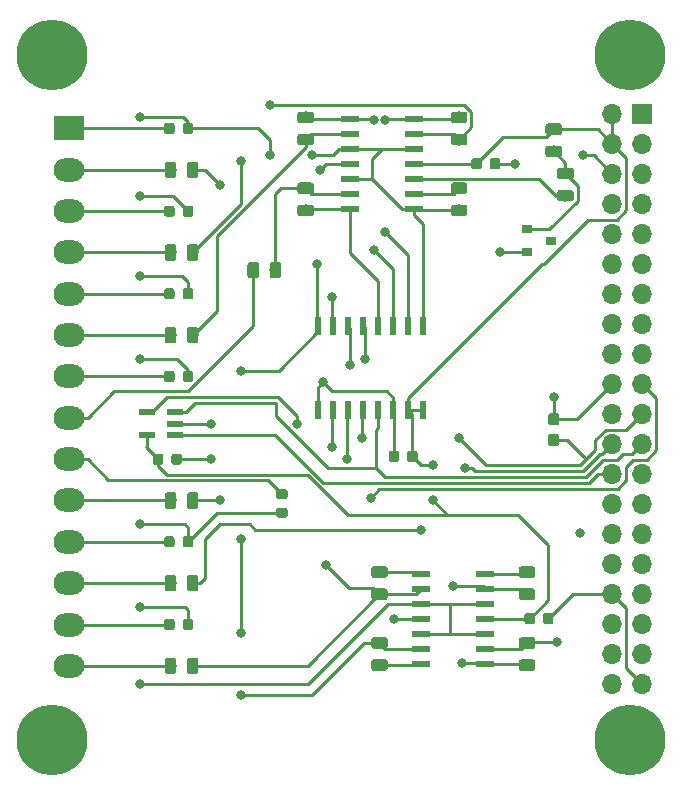
<source format=gbr>
G04 #@! TF.GenerationSoftware,KiCad,Pcbnew,5.0.0-rc3-unknown-14ce5182~65~ubuntu16.04.1*
G04 #@! TF.CreationDate,2018-07-31T19:28:55+01:00*
G04 #@! TF.ProjectId,test,746573742E6B696361645F7063620000,rev?*
G04 #@! TF.SameCoordinates,Original*
G04 #@! TF.FileFunction,Copper,L1,Top,Signal*
G04 #@! TF.FilePolarity,Positive*
%FSLAX46Y46*%
G04 Gerber Fmt 4.6, Leading zero omitted, Abs format (unit mm)*
G04 Created by KiCad (PCBNEW 5.0.0-rc3-unknown-14ce5182~65~ubuntu16.04.1) date Tue Jul 31 19:28:55 2018*
%MOMM*%
%LPD*%
G01*
G04 APERTURE LIST*
G04 #@! TA.AperFunction,ComponentPad*
%ADD10R,2.600000X2.000000*%
G04 #@! TD*
G04 #@! TA.AperFunction,ComponentPad*
%ADD11O,2.600000X2.000000*%
G04 #@! TD*
G04 #@! TA.AperFunction,ComponentPad*
%ADD12C,6.000000*%
G04 #@! TD*
G04 #@! TA.AperFunction,SMDPad,CuDef*
%ADD13R,0.900000X0.800000*%
G04 #@! TD*
G04 #@! TA.AperFunction,Conductor*
%ADD14C,0.100000*%
G04 #@! TD*
G04 #@! TA.AperFunction,SMDPad,CuDef*
%ADD15C,0.975000*%
G04 #@! TD*
G04 #@! TA.AperFunction,SMDPad,CuDef*
%ADD16C,0.875000*%
G04 #@! TD*
G04 #@! TA.AperFunction,ComponentPad*
%ADD17R,1.700000X1.700000*%
G04 #@! TD*
G04 #@! TA.AperFunction,ComponentPad*
%ADD18O,1.700000X1.700000*%
G04 #@! TD*
G04 #@! TA.AperFunction,SMDPad,CuDef*
%ADD19R,1.500000X0.600000*%
G04 #@! TD*
G04 #@! TA.AperFunction,SMDPad,CuDef*
%ADD20R,0.600000X1.500000*%
G04 #@! TD*
G04 #@! TA.AperFunction,SMDPad,CuDef*
%ADD21C,0.950000*%
G04 #@! TD*
G04 #@! TA.AperFunction,SMDPad,CuDef*
%ADD22R,1.390000X0.580000*%
G04 #@! TD*
G04 #@! TA.AperFunction,ViaPad*
%ADD23C,0.800000*%
G04 #@! TD*
G04 #@! TA.AperFunction,Conductor*
%ADD24C,0.250000*%
G04 #@! TD*
G04 APERTURE END LIST*
D10*
G04 #@! TO.P,J1,1*
G04 #@! TO.N,Net-(J1-Pad1)*
X142500000Y-55500000D03*
D11*
G04 #@! TO.P,J1,2*
G04 #@! TO.N,Net-(J1-Pad2)*
X142500000Y-59000000D03*
G04 #@! TO.P,J1,3*
G04 #@! TO.N,Net-(J1-Pad3)*
X142500000Y-62500000D03*
G04 #@! TO.P,J1,4*
G04 #@! TO.N,Net-(J1-Pad4)*
X142500000Y-66000000D03*
G04 #@! TO.P,J1,5*
G04 #@! TO.N,Net-(J1-Pad5)*
X142500000Y-69500000D03*
G04 #@! TO.P,J1,6*
G04 #@! TO.N,Net-(J1-Pad6)*
X142500000Y-73000000D03*
G04 #@! TO.P,J1,7*
G04 #@! TO.N,Net-(J1-Pad7)*
X142500000Y-76500000D03*
G04 #@! TO.P,J1,8*
G04 #@! TO.N,Net-(J1-Pad8)*
X142500000Y-80000000D03*
G04 #@! TO.P,J1,9*
G04 #@! TO.N,Net-(J1-Pad9)*
X142500000Y-83500000D03*
G04 #@! TO.P,J1,10*
G04 #@! TO.N,Net-(J1-Pad10)*
X142500000Y-87000000D03*
G04 #@! TO.P,J1,11*
G04 #@! TO.N,Net-(J1-Pad11)*
X142500000Y-90500000D03*
G04 #@! TO.P,J1,12*
G04 #@! TO.N,Net-(J1-Pad12)*
X142500000Y-94000000D03*
G04 #@! TO.P,J1,13*
G04 #@! TO.N,Net-(J1-Pad13)*
X142500000Y-97500000D03*
G04 #@! TO.P,J1,14*
G04 #@! TO.N,Net-(J1-Pad14)*
X142500000Y-101000000D03*
G04 #@! TD*
D12*
G04 #@! TO.P,REF\002A\002A,1*
G04 #@! TO.N,N/C*
X141000000Y-49250000D03*
G04 #@! TD*
G04 #@! TO.P,REF\002A\002A,1*
G04 #@! TO.N,N/C*
X190000000Y-49250000D03*
G04 #@! TD*
G04 #@! TO.P,REF\002A\002A,1*
G04 #@! TO.N,N/C*
X190000000Y-107250000D03*
G04 #@! TD*
D13*
G04 #@! TO.P,D1,1*
G04 #@! TO.N,Net-(D1-Pad1)*
X181250000Y-64050000D03*
G04 #@! TO.P,D1,2*
G04 #@! TO.N,GND*
X181250000Y-65950000D03*
G04 #@! TO.P,D1,3*
G04 #@! TO.N,N/C*
X183250000Y-65000000D03*
G04 #@! TD*
D14*
G04 #@! TO.N,5V*
G04 #@! TO.C,R1*
G36*
X183980142Y-55076174D02*
X184003803Y-55079684D01*
X184027007Y-55085496D01*
X184049529Y-55093554D01*
X184071153Y-55103782D01*
X184091670Y-55116079D01*
X184110883Y-55130329D01*
X184128607Y-55146393D01*
X184144671Y-55164117D01*
X184158921Y-55183330D01*
X184171218Y-55203847D01*
X184181446Y-55225471D01*
X184189504Y-55247993D01*
X184195316Y-55271197D01*
X184198826Y-55294858D01*
X184200000Y-55318750D01*
X184200000Y-55806250D01*
X184198826Y-55830142D01*
X184195316Y-55853803D01*
X184189504Y-55877007D01*
X184181446Y-55899529D01*
X184171218Y-55921153D01*
X184158921Y-55941670D01*
X184144671Y-55960883D01*
X184128607Y-55978607D01*
X184110883Y-55994671D01*
X184091670Y-56008921D01*
X184071153Y-56021218D01*
X184049529Y-56031446D01*
X184027007Y-56039504D01*
X184003803Y-56045316D01*
X183980142Y-56048826D01*
X183956250Y-56050000D01*
X183043750Y-56050000D01*
X183019858Y-56048826D01*
X182996197Y-56045316D01*
X182972993Y-56039504D01*
X182950471Y-56031446D01*
X182928847Y-56021218D01*
X182908330Y-56008921D01*
X182889117Y-55994671D01*
X182871393Y-55978607D01*
X182855329Y-55960883D01*
X182841079Y-55941670D01*
X182828782Y-55921153D01*
X182818554Y-55899529D01*
X182810496Y-55877007D01*
X182804684Y-55853803D01*
X182801174Y-55830142D01*
X182800000Y-55806250D01*
X182800000Y-55318750D01*
X182801174Y-55294858D01*
X182804684Y-55271197D01*
X182810496Y-55247993D01*
X182818554Y-55225471D01*
X182828782Y-55203847D01*
X182841079Y-55183330D01*
X182855329Y-55164117D01*
X182871393Y-55146393D01*
X182889117Y-55130329D01*
X182908330Y-55116079D01*
X182928847Y-55103782D01*
X182950471Y-55093554D01*
X182972993Y-55085496D01*
X182996197Y-55079684D01*
X183019858Y-55076174D01*
X183043750Y-55075000D01*
X183956250Y-55075000D01*
X183980142Y-55076174D01*
X183980142Y-55076174D01*
G37*
D15*
G04 #@! TD*
G04 #@! TO.P,R1,2*
G04 #@! TO.N,5V*
X183500000Y-55562500D03*
D14*
G04 #@! TO.N,Net-(D1-Pad1)*
G04 #@! TO.C,R1*
G36*
X183980142Y-56951174D02*
X184003803Y-56954684D01*
X184027007Y-56960496D01*
X184049529Y-56968554D01*
X184071153Y-56978782D01*
X184091670Y-56991079D01*
X184110883Y-57005329D01*
X184128607Y-57021393D01*
X184144671Y-57039117D01*
X184158921Y-57058330D01*
X184171218Y-57078847D01*
X184181446Y-57100471D01*
X184189504Y-57122993D01*
X184195316Y-57146197D01*
X184198826Y-57169858D01*
X184200000Y-57193750D01*
X184200000Y-57681250D01*
X184198826Y-57705142D01*
X184195316Y-57728803D01*
X184189504Y-57752007D01*
X184181446Y-57774529D01*
X184171218Y-57796153D01*
X184158921Y-57816670D01*
X184144671Y-57835883D01*
X184128607Y-57853607D01*
X184110883Y-57869671D01*
X184091670Y-57883921D01*
X184071153Y-57896218D01*
X184049529Y-57906446D01*
X184027007Y-57914504D01*
X184003803Y-57920316D01*
X183980142Y-57923826D01*
X183956250Y-57925000D01*
X183043750Y-57925000D01*
X183019858Y-57923826D01*
X182996197Y-57920316D01*
X182972993Y-57914504D01*
X182950471Y-57906446D01*
X182928847Y-57896218D01*
X182908330Y-57883921D01*
X182889117Y-57869671D01*
X182871393Y-57853607D01*
X182855329Y-57835883D01*
X182841079Y-57816670D01*
X182828782Y-57796153D01*
X182818554Y-57774529D01*
X182810496Y-57752007D01*
X182804684Y-57728803D01*
X182801174Y-57705142D01*
X182800000Y-57681250D01*
X182800000Y-57193750D01*
X182801174Y-57169858D01*
X182804684Y-57146197D01*
X182810496Y-57122993D01*
X182818554Y-57100471D01*
X182828782Y-57078847D01*
X182841079Y-57058330D01*
X182855329Y-57039117D01*
X182871393Y-57021393D01*
X182889117Y-57005329D01*
X182908330Y-56991079D01*
X182928847Y-56978782D01*
X182950471Y-56968554D01*
X182972993Y-56960496D01*
X182996197Y-56954684D01*
X183019858Y-56951174D01*
X183043750Y-56950000D01*
X183956250Y-56950000D01*
X183980142Y-56951174D01*
X183980142Y-56951174D01*
G37*
D15*
G04 #@! TD*
G04 #@! TO.P,R1,1*
G04 #@! TO.N,Net-(D1-Pad1)*
X183500000Y-57437500D03*
D14*
G04 #@! TO.N,Net-(R2-Pad1)*
G04 #@! TO.C,R2*
G36*
X184980142Y-60701174D02*
X185003803Y-60704684D01*
X185027007Y-60710496D01*
X185049529Y-60718554D01*
X185071153Y-60728782D01*
X185091670Y-60741079D01*
X185110883Y-60755329D01*
X185128607Y-60771393D01*
X185144671Y-60789117D01*
X185158921Y-60808330D01*
X185171218Y-60828847D01*
X185181446Y-60850471D01*
X185189504Y-60872993D01*
X185195316Y-60896197D01*
X185198826Y-60919858D01*
X185200000Y-60943750D01*
X185200000Y-61431250D01*
X185198826Y-61455142D01*
X185195316Y-61478803D01*
X185189504Y-61502007D01*
X185181446Y-61524529D01*
X185171218Y-61546153D01*
X185158921Y-61566670D01*
X185144671Y-61585883D01*
X185128607Y-61603607D01*
X185110883Y-61619671D01*
X185091670Y-61633921D01*
X185071153Y-61646218D01*
X185049529Y-61656446D01*
X185027007Y-61664504D01*
X185003803Y-61670316D01*
X184980142Y-61673826D01*
X184956250Y-61675000D01*
X184043750Y-61675000D01*
X184019858Y-61673826D01*
X183996197Y-61670316D01*
X183972993Y-61664504D01*
X183950471Y-61656446D01*
X183928847Y-61646218D01*
X183908330Y-61633921D01*
X183889117Y-61619671D01*
X183871393Y-61603607D01*
X183855329Y-61585883D01*
X183841079Y-61566670D01*
X183828782Y-61546153D01*
X183818554Y-61524529D01*
X183810496Y-61502007D01*
X183804684Y-61478803D01*
X183801174Y-61455142D01*
X183800000Y-61431250D01*
X183800000Y-60943750D01*
X183801174Y-60919858D01*
X183804684Y-60896197D01*
X183810496Y-60872993D01*
X183818554Y-60850471D01*
X183828782Y-60828847D01*
X183841079Y-60808330D01*
X183855329Y-60789117D01*
X183871393Y-60771393D01*
X183889117Y-60755329D01*
X183908330Y-60741079D01*
X183928847Y-60728782D01*
X183950471Y-60718554D01*
X183972993Y-60710496D01*
X183996197Y-60704684D01*
X184019858Y-60701174D01*
X184043750Y-60700000D01*
X184956250Y-60700000D01*
X184980142Y-60701174D01*
X184980142Y-60701174D01*
G37*
D15*
G04 #@! TD*
G04 #@! TO.P,R2,1*
G04 #@! TO.N,Net-(R2-Pad1)*
X184500000Y-61187500D03*
D14*
G04 #@! TO.N,Net-(D1-Pad1)*
G04 #@! TO.C,R2*
G36*
X184980142Y-58826174D02*
X185003803Y-58829684D01*
X185027007Y-58835496D01*
X185049529Y-58843554D01*
X185071153Y-58853782D01*
X185091670Y-58866079D01*
X185110883Y-58880329D01*
X185128607Y-58896393D01*
X185144671Y-58914117D01*
X185158921Y-58933330D01*
X185171218Y-58953847D01*
X185181446Y-58975471D01*
X185189504Y-58997993D01*
X185195316Y-59021197D01*
X185198826Y-59044858D01*
X185200000Y-59068750D01*
X185200000Y-59556250D01*
X185198826Y-59580142D01*
X185195316Y-59603803D01*
X185189504Y-59627007D01*
X185181446Y-59649529D01*
X185171218Y-59671153D01*
X185158921Y-59691670D01*
X185144671Y-59710883D01*
X185128607Y-59728607D01*
X185110883Y-59744671D01*
X185091670Y-59758921D01*
X185071153Y-59771218D01*
X185049529Y-59781446D01*
X185027007Y-59789504D01*
X185003803Y-59795316D01*
X184980142Y-59798826D01*
X184956250Y-59800000D01*
X184043750Y-59800000D01*
X184019858Y-59798826D01*
X183996197Y-59795316D01*
X183972993Y-59789504D01*
X183950471Y-59781446D01*
X183928847Y-59771218D01*
X183908330Y-59758921D01*
X183889117Y-59744671D01*
X183871393Y-59728607D01*
X183855329Y-59710883D01*
X183841079Y-59691670D01*
X183828782Y-59671153D01*
X183818554Y-59649529D01*
X183810496Y-59627007D01*
X183804684Y-59603803D01*
X183801174Y-59580142D01*
X183800000Y-59556250D01*
X183800000Y-59068750D01*
X183801174Y-59044858D01*
X183804684Y-59021197D01*
X183810496Y-58997993D01*
X183818554Y-58975471D01*
X183828782Y-58953847D01*
X183841079Y-58933330D01*
X183855329Y-58914117D01*
X183871393Y-58896393D01*
X183889117Y-58880329D01*
X183908330Y-58866079D01*
X183928847Y-58853782D01*
X183950471Y-58843554D01*
X183972993Y-58835496D01*
X183996197Y-58829684D01*
X184019858Y-58826174D01*
X184043750Y-58825000D01*
X184956250Y-58825000D01*
X184980142Y-58826174D01*
X184980142Y-58826174D01*
G37*
D15*
G04 #@! TD*
G04 #@! TO.P,R2,2*
G04 #@! TO.N,Net-(D1-Pad1)*
X184500000Y-59312500D03*
D14*
G04 #@! TO.N,4V096*
G04 #@! TO.C,R3*
G36*
X175980142Y-61951174D02*
X176003803Y-61954684D01*
X176027007Y-61960496D01*
X176049529Y-61968554D01*
X176071153Y-61978782D01*
X176091670Y-61991079D01*
X176110883Y-62005329D01*
X176128607Y-62021393D01*
X176144671Y-62039117D01*
X176158921Y-62058330D01*
X176171218Y-62078847D01*
X176181446Y-62100471D01*
X176189504Y-62122993D01*
X176195316Y-62146197D01*
X176198826Y-62169858D01*
X176200000Y-62193750D01*
X176200000Y-62681250D01*
X176198826Y-62705142D01*
X176195316Y-62728803D01*
X176189504Y-62752007D01*
X176181446Y-62774529D01*
X176171218Y-62796153D01*
X176158921Y-62816670D01*
X176144671Y-62835883D01*
X176128607Y-62853607D01*
X176110883Y-62869671D01*
X176091670Y-62883921D01*
X176071153Y-62896218D01*
X176049529Y-62906446D01*
X176027007Y-62914504D01*
X176003803Y-62920316D01*
X175980142Y-62923826D01*
X175956250Y-62925000D01*
X175043750Y-62925000D01*
X175019858Y-62923826D01*
X174996197Y-62920316D01*
X174972993Y-62914504D01*
X174950471Y-62906446D01*
X174928847Y-62896218D01*
X174908330Y-62883921D01*
X174889117Y-62869671D01*
X174871393Y-62853607D01*
X174855329Y-62835883D01*
X174841079Y-62816670D01*
X174828782Y-62796153D01*
X174818554Y-62774529D01*
X174810496Y-62752007D01*
X174804684Y-62728803D01*
X174801174Y-62705142D01*
X174800000Y-62681250D01*
X174800000Y-62193750D01*
X174801174Y-62169858D01*
X174804684Y-62146197D01*
X174810496Y-62122993D01*
X174818554Y-62100471D01*
X174828782Y-62078847D01*
X174841079Y-62058330D01*
X174855329Y-62039117D01*
X174871393Y-62021393D01*
X174889117Y-62005329D01*
X174908330Y-61991079D01*
X174928847Y-61978782D01*
X174950471Y-61968554D01*
X174972993Y-61960496D01*
X174996197Y-61954684D01*
X175019858Y-61951174D01*
X175043750Y-61950000D01*
X175956250Y-61950000D01*
X175980142Y-61951174D01*
X175980142Y-61951174D01*
G37*
D15*
G04 #@! TD*
G04 #@! TO.P,R3,2*
G04 #@! TO.N,4V096*
X175500000Y-62437500D03*
D14*
G04 #@! TO.N,Net-(R3-Pad1)*
G04 #@! TO.C,R3*
G36*
X175980142Y-60076174D02*
X176003803Y-60079684D01*
X176027007Y-60085496D01*
X176049529Y-60093554D01*
X176071153Y-60103782D01*
X176091670Y-60116079D01*
X176110883Y-60130329D01*
X176128607Y-60146393D01*
X176144671Y-60164117D01*
X176158921Y-60183330D01*
X176171218Y-60203847D01*
X176181446Y-60225471D01*
X176189504Y-60247993D01*
X176195316Y-60271197D01*
X176198826Y-60294858D01*
X176200000Y-60318750D01*
X176200000Y-60806250D01*
X176198826Y-60830142D01*
X176195316Y-60853803D01*
X176189504Y-60877007D01*
X176181446Y-60899529D01*
X176171218Y-60921153D01*
X176158921Y-60941670D01*
X176144671Y-60960883D01*
X176128607Y-60978607D01*
X176110883Y-60994671D01*
X176091670Y-61008921D01*
X176071153Y-61021218D01*
X176049529Y-61031446D01*
X176027007Y-61039504D01*
X176003803Y-61045316D01*
X175980142Y-61048826D01*
X175956250Y-61050000D01*
X175043750Y-61050000D01*
X175019858Y-61048826D01*
X174996197Y-61045316D01*
X174972993Y-61039504D01*
X174950471Y-61031446D01*
X174928847Y-61021218D01*
X174908330Y-61008921D01*
X174889117Y-60994671D01*
X174871393Y-60978607D01*
X174855329Y-60960883D01*
X174841079Y-60941670D01*
X174828782Y-60921153D01*
X174818554Y-60899529D01*
X174810496Y-60877007D01*
X174804684Y-60853803D01*
X174801174Y-60830142D01*
X174800000Y-60806250D01*
X174800000Y-60318750D01*
X174801174Y-60294858D01*
X174804684Y-60271197D01*
X174810496Y-60247993D01*
X174818554Y-60225471D01*
X174828782Y-60203847D01*
X174841079Y-60183330D01*
X174855329Y-60164117D01*
X174871393Y-60146393D01*
X174889117Y-60130329D01*
X174908330Y-60116079D01*
X174928847Y-60103782D01*
X174950471Y-60093554D01*
X174972993Y-60085496D01*
X174996197Y-60079684D01*
X175019858Y-60076174D01*
X175043750Y-60075000D01*
X175956250Y-60075000D01*
X175980142Y-60076174D01*
X175980142Y-60076174D01*
G37*
D15*
G04 #@! TD*
G04 #@! TO.P,R3,1*
G04 #@! TO.N,Net-(R3-Pad1)*
X175500000Y-60562500D03*
D14*
G04 #@! TO.N,Net-(R15-Pad2)*
G04 #@! TO.C,R4*
G36*
X181730142Y-98576174D02*
X181753803Y-98579684D01*
X181777007Y-98585496D01*
X181799529Y-98593554D01*
X181821153Y-98603782D01*
X181841670Y-98616079D01*
X181860883Y-98630329D01*
X181878607Y-98646393D01*
X181894671Y-98664117D01*
X181908921Y-98683330D01*
X181921218Y-98703847D01*
X181931446Y-98725471D01*
X181939504Y-98747993D01*
X181945316Y-98771197D01*
X181948826Y-98794858D01*
X181950000Y-98818750D01*
X181950000Y-99306250D01*
X181948826Y-99330142D01*
X181945316Y-99353803D01*
X181939504Y-99377007D01*
X181931446Y-99399529D01*
X181921218Y-99421153D01*
X181908921Y-99441670D01*
X181894671Y-99460883D01*
X181878607Y-99478607D01*
X181860883Y-99494671D01*
X181841670Y-99508921D01*
X181821153Y-99521218D01*
X181799529Y-99531446D01*
X181777007Y-99539504D01*
X181753803Y-99545316D01*
X181730142Y-99548826D01*
X181706250Y-99550000D01*
X180793750Y-99550000D01*
X180769858Y-99548826D01*
X180746197Y-99545316D01*
X180722993Y-99539504D01*
X180700471Y-99531446D01*
X180678847Y-99521218D01*
X180658330Y-99508921D01*
X180639117Y-99494671D01*
X180621393Y-99478607D01*
X180605329Y-99460883D01*
X180591079Y-99441670D01*
X180578782Y-99421153D01*
X180568554Y-99399529D01*
X180560496Y-99377007D01*
X180554684Y-99353803D01*
X180551174Y-99330142D01*
X180550000Y-99306250D01*
X180550000Y-98818750D01*
X180551174Y-98794858D01*
X180554684Y-98771197D01*
X180560496Y-98747993D01*
X180568554Y-98725471D01*
X180578782Y-98703847D01*
X180591079Y-98683330D01*
X180605329Y-98664117D01*
X180621393Y-98646393D01*
X180639117Y-98630329D01*
X180658330Y-98616079D01*
X180678847Y-98603782D01*
X180700471Y-98593554D01*
X180722993Y-98585496D01*
X180746197Y-98579684D01*
X180769858Y-98576174D01*
X180793750Y-98575000D01*
X181706250Y-98575000D01*
X181730142Y-98576174D01*
X181730142Y-98576174D01*
G37*
D15*
G04 #@! TD*
G04 #@! TO.P,R4,2*
G04 #@! TO.N,Net-(R15-Pad2)*
X181250000Y-99062500D03*
D14*
G04 #@! TO.N,Net-(R4-Pad1)*
G04 #@! TO.C,R4*
G36*
X181730142Y-100451174D02*
X181753803Y-100454684D01*
X181777007Y-100460496D01*
X181799529Y-100468554D01*
X181821153Y-100478782D01*
X181841670Y-100491079D01*
X181860883Y-100505329D01*
X181878607Y-100521393D01*
X181894671Y-100539117D01*
X181908921Y-100558330D01*
X181921218Y-100578847D01*
X181931446Y-100600471D01*
X181939504Y-100622993D01*
X181945316Y-100646197D01*
X181948826Y-100669858D01*
X181950000Y-100693750D01*
X181950000Y-101181250D01*
X181948826Y-101205142D01*
X181945316Y-101228803D01*
X181939504Y-101252007D01*
X181931446Y-101274529D01*
X181921218Y-101296153D01*
X181908921Y-101316670D01*
X181894671Y-101335883D01*
X181878607Y-101353607D01*
X181860883Y-101369671D01*
X181841670Y-101383921D01*
X181821153Y-101396218D01*
X181799529Y-101406446D01*
X181777007Y-101414504D01*
X181753803Y-101420316D01*
X181730142Y-101423826D01*
X181706250Y-101425000D01*
X180793750Y-101425000D01*
X180769858Y-101423826D01*
X180746197Y-101420316D01*
X180722993Y-101414504D01*
X180700471Y-101406446D01*
X180678847Y-101396218D01*
X180658330Y-101383921D01*
X180639117Y-101369671D01*
X180621393Y-101353607D01*
X180605329Y-101335883D01*
X180591079Y-101316670D01*
X180578782Y-101296153D01*
X180568554Y-101274529D01*
X180560496Y-101252007D01*
X180554684Y-101228803D01*
X180551174Y-101205142D01*
X180550000Y-101181250D01*
X180550000Y-100693750D01*
X180551174Y-100669858D01*
X180554684Y-100646197D01*
X180560496Y-100622993D01*
X180568554Y-100600471D01*
X180578782Y-100578847D01*
X180591079Y-100558330D01*
X180605329Y-100539117D01*
X180621393Y-100521393D01*
X180639117Y-100505329D01*
X180658330Y-100491079D01*
X180678847Y-100478782D01*
X180700471Y-100468554D01*
X180722993Y-100460496D01*
X180746197Y-100454684D01*
X180769858Y-100451174D01*
X180793750Y-100450000D01*
X181706250Y-100450000D01*
X181730142Y-100451174D01*
X181730142Y-100451174D01*
G37*
D15*
G04 #@! TD*
G04 #@! TO.P,R4,1*
G04 #@! TO.N,Net-(R4-Pad1)*
X181250000Y-100937500D03*
D14*
G04 #@! TO.N,Net-(R5-Pad2)*
G04 #@! TO.C,R5*
G36*
X175980142Y-54076174D02*
X176003803Y-54079684D01*
X176027007Y-54085496D01*
X176049529Y-54093554D01*
X176071153Y-54103782D01*
X176091670Y-54116079D01*
X176110883Y-54130329D01*
X176128607Y-54146393D01*
X176144671Y-54164117D01*
X176158921Y-54183330D01*
X176171218Y-54203847D01*
X176181446Y-54225471D01*
X176189504Y-54247993D01*
X176195316Y-54271197D01*
X176198826Y-54294858D01*
X176200000Y-54318750D01*
X176200000Y-54806250D01*
X176198826Y-54830142D01*
X176195316Y-54853803D01*
X176189504Y-54877007D01*
X176181446Y-54899529D01*
X176171218Y-54921153D01*
X176158921Y-54941670D01*
X176144671Y-54960883D01*
X176128607Y-54978607D01*
X176110883Y-54994671D01*
X176091670Y-55008921D01*
X176071153Y-55021218D01*
X176049529Y-55031446D01*
X176027007Y-55039504D01*
X176003803Y-55045316D01*
X175980142Y-55048826D01*
X175956250Y-55050000D01*
X175043750Y-55050000D01*
X175019858Y-55048826D01*
X174996197Y-55045316D01*
X174972993Y-55039504D01*
X174950471Y-55031446D01*
X174928847Y-55021218D01*
X174908330Y-55008921D01*
X174889117Y-54994671D01*
X174871393Y-54978607D01*
X174855329Y-54960883D01*
X174841079Y-54941670D01*
X174828782Y-54921153D01*
X174818554Y-54899529D01*
X174810496Y-54877007D01*
X174804684Y-54853803D01*
X174801174Y-54830142D01*
X174800000Y-54806250D01*
X174800000Y-54318750D01*
X174801174Y-54294858D01*
X174804684Y-54271197D01*
X174810496Y-54247993D01*
X174818554Y-54225471D01*
X174828782Y-54203847D01*
X174841079Y-54183330D01*
X174855329Y-54164117D01*
X174871393Y-54146393D01*
X174889117Y-54130329D01*
X174908330Y-54116079D01*
X174928847Y-54103782D01*
X174950471Y-54093554D01*
X174972993Y-54085496D01*
X174996197Y-54079684D01*
X175019858Y-54076174D01*
X175043750Y-54075000D01*
X175956250Y-54075000D01*
X175980142Y-54076174D01*
X175980142Y-54076174D01*
G37*
D15*
G04 #@! TD*
G04 #@! TO.P,R5,2*
G04 #@! TO.N,Net-(R5-Pad2)*
X175500000Y-54562500D03*
D14*
G04 #@! TO.N,Net-(R12-Pad2)*
G04 #@! TO.C,R5*
G36*
X175980142Y-55951174D02*
X176003803Y-55954684D01*
X176027007Y-55960496D01*
X176049529Y-55968554D01*
X176071153Y-55978782D01*
X176091670Y-55991079D01*
X176110883Y-56005329D01*
X176128607Y-56021393D01*
X176144671Y-56039117D01*
X176158921Y-56058330D01*
X176171218Y-56078847D01*
X176181446Y-56100471D01*
X176189504Y-56122993D01*
X176195316Y-56146197D01*
X176198826Y-56169858D01*
X176200000Y-56193750D01*
X176200000Y-56681250D01*
X176198826Y-56705142D01*
X176195316Y-56728803D01*
X176189504Y-56752007D01*
X176181446Y-56774529D01*
X176171218Y-56796153D01*
X176158921Y-56816670D01*
X176144671Y-56835883D01*
X176128607Y-56853607D01*
X176110883Y-56869671D01*
X176091670Y-56883921D01*
X176071153Y-56896218D01*
X176049529Y-56906446D01*
X176027007Y-56914504D01*
X176003803Y-56920316D01*
X175980142Y-56923826D01*
X175956250Y-56925000D01*
X175043750Y-56925000D01*
X175019858Y-56923826D01*
X174996197Y-56920316D01*
X174972993Y-56914504D01*
X174950471Y-56906446D01*
X174928847Y-56896218D01*
X174908330Y-56883921D01*
X174889117Y-56869671D01*
X174871393Y-56853607D01*
X174855329Y-56835883D01*
X174841079Y-56816670D01*
X174828782Y-56796153D01*
X174818554Y-56774529D01*
X174810496Y-56752007D01*
X174804684Y-56728803D01*
X174801174Y-56705142D01*
X174800000Y-56681250D01*
X174800000Y-56193750D01*
X174801174Y-56169858D01*
X174804684Y-56146197D01*
X174810496Y-56122993D01*
X174818554Y-56100471D01*
X174828782Y-56078847D01*
X174841079Y-56058330D01*
X174855329Y-56039117D01*
X174871393Y-56021393D01*
X174889117Y-56005329D01*
X174908330Y-55991079D01*
X174928847Y-55978782D01*
X174950471Y-55968554D01*
X174972993Y-55960496D01*
X174996197Y-55954684D01*
X175019858Y-55951174D01*
X175043750Y-55950000D01*
X175956250Y-55950000D01*
X175980142Y-55951174D01*
X175980142Y-55951174D01*
G37*
D15*
G04 #@! TD*
G04 #@! TO.P,R5,1*
G04 #@! TO.N,Net-(R12-Pad2)*
X175500000Y-56437500D03*
D14*
G04 #@! TO.N,Net-(R13-Pad2)*
G04 #@! TO.C,R6*
G36*
X162980142Y-55951174D02*
X163003803Y-55954684D01*
X163027007Y-55960496D01*
X163049529Y-55968554D01*
X163071153Y-55978782D01*
X163091670Y-55991079D01*
X163110883Y-56005329D01*
X163128607Y-56021393D01*
X163144671Y-56039117D01*
X163158921Y-56058330D01*
X163171218Y-56078847D01*
X163181446Y-56100471D01*
X163189504Y-56122993D01*
X163195316Y-56146197D01*
X163198826Y-56169858D01*
X163200000Y-56193750D01*
X163200000Y-56681250D01*
X163198826Y-56705142D01*
X163195316Y-56728803D01*
X163189504Y-56752007D01*
X163181446Y-56774529D01*
X163171218Y-56796153D01*
X163158921Y-56816670D01*
X163144671Y-56835883D01*
X163128607Y-56853607D01*
X163110883Y-56869671D01*
X163091670Y-56883921D01*
X163071153Y-56896218D01*
X163049529Y-56906446D01*
X163027007Y-56914504D01*
X163003803Y-56920316D01*
X162980142Y-56923826D01*
X162956250Y-56925000D01*
X162043750Y-56925000D01*
X162019858Y-56923826D01*
X161996197Y-56920316D01*
X161972993Y-56914504D01*
X161950471Y-56906446D01*
X161928847Y-56896218D01*
X161908330Y-56883921D01*
X161889117Y-56869671D01*
X161871393Y-56853607D01*
X161855329Y-56835883D01*
X161841079Y-56816670D01*
X161828782Y-56796153D01*
X161818554Y-56774529D01*
X161810496Y-56752007D01*
X161804684Y-56728803D01*
X161801174Y-56705142D01*
X161800000Y-56681250D01*
X161800000Y-56193750D01*
X161801174Y-56169858D01*
X161804684Y-56146197D01*
X161810496Y-56122993D01*
X161818554Y-56100471D01*
X161828782Y-56078847D01*
X161841079Y-56058330D01*
X161855329Y-56039117D01*
X161871393Y-56021393D01*
X161889117Y-56005329D01*
X161908330Y-55991079D01*
X161928847Y-55978782D01*
X161950471Y-55968554D01*
X161972993Y-55960496D01*
X161996197Y-55954684D01*
X162019858Y-55951174D01*
X162043750Y-55950000D01*
X162956250Y-55950000D01*
X162980142Y-55951174D01*
X162980142Y-55951174D01*
G37*
D15*
G04 #@! TD*
G04 #@! TO.P,R6,1*
G04 #@! TO.N,Net-(R13-Pad2)*
X162500000Y-56437500D03*
D14*
G04 #@! TO.N,Net-(R6-Pad2)*
G04 #@! TO.C,R6*
G36*
X162980142Y-54076174D02*
X163003803Y-54079684D01*
X163027007Y-54085496D01*
X163049529Y-54093554D01*
X163071153Y-54103782D01*
X163091670Y-54116079D01*
X163110883Y-54130329D01*
X163128607Y-54146393D01*
X163144671Y-54164117D01*
X163158921Y-54183330D01*
X163171218Y-54203847D01*
X163181446Y-54225471D01*
X163189504Y-54247993D01*
X163195316Y-54271197D01*
X163198826Y-54294858D01*
X163200000Y-54318750D01*
X163200000Y-54806250D01*
X163198826Y-54830142D01*
X163195316Y-54853803D01*
X163189504Y-54877007D01*
X163181446Y-54899529D01*
X163171218Y-54921153D01*
X163158921Y-54941670D01*
X163144671Y-54960883D01*
X163128607Y-54978607D01*
X163110883Y-54994671D01*
X163091670Y-55008921D01*
X163071153Y-55021218D01*
X163049529Y-55031446D01*
X163027007Y-55039504D01*
X163003803Y-55045316D01*
X162980142Y-55048826D01*
X162956250Y-55050000D01*
X162043750Y-55050000D01*
X162019858Y-55048826D01*
X161996197Y-55045316D01*
X161972993Y-55039504D01*
X161950471Y-55031446D01*
X161928847Y-55021218D01*
X161908330Y-55008921D01*
X161889117Y-54994671D01*
X161871393Y-54978607D01*
X161855329Y-54960883D01*
X161841079Y-54941670D01*
X161828782Y-54921153D01*
X161818554Y-54899529D01*
X161810496Y-54877007D01*
X161804684Y-54853803D01*
X161801174Y-54830142D01*
X161800000Y-54806250D01*
X161800000Y-54318750D01*
X161801174Y-54294858D01*
X161804684Y-54271197D01*
X161810496Y-54247993D01*
X161818554Y-54225471D01*
X161828782Y-54203847D01*
X161841079Y-54183330D01*
X161855329Y-54164117D01*
X161871393Y-54146393D01*
X161889117Y-54130329D01*
X161908330Y-54116079D01*
X161928847Y-54103782D01*
X161950471Y-54093554D01*
X161972993Y-54085496D01*
X161996197Y-54079684D01*
X162019858Y-54076174D01*
X162043750Y-54075000D01*
X162956250Y-54075000D01*
X162980142Y-54076174D01*
X162980142Y-54076174D01*
G37*
D15*
G04 #@! TD*
G04 #@! TO.P,R6,2*
G04 #@! TO.N,Net-(R6-Pad2)*
X162500000Y-54562500D03*
D14*
G04 #@! TO.N,Net-(R14-Pad2)*
G04 #@! TO.C,R7*
G36*
X162980142Y-60076174D02*
X163003803Y-60079684D01*
X163027007Y-60085496D01*
X163049529Y-60093554D01*
X163071153Y-60103782D01*
X163091670Y-60116079D01*
X163110883Y-60130329D01*
X163128607Y-60146393D01*
X163144671Y-60164117D01*
X163158921Y-60183330D01*
X163171218Y-60203847D01*
X163181446Y-60225471D01*
X163189504Y-60247993D01*
X163195316Y-60271197D01*
X163198826Y-60294858D01*
X163200000Y-60318750D01*
X163200000Y-60806250D01*
X163198826Y-60830142D01*
X163195316Y-60853803D01*
X163189504Y-60877007D01*
X163181446Y-60899529D01*
X163171218Y-60921153D01*
X163158921Y-60941670D01*
X163144671Y-60960883D01*
X163128607Y-60978607D01*
X163110883Y-60994671D01*
X163091670Y-61008921D01*
X163071153Y-61021218D01*
X163049529Y-61031446D01*
X163027007Y-61039504D01*
X163003803Y-61045316D01*
X162980142Y-61048826D01*
X162956250Y-61050000D01*
X162043750Y-61050000D01*
X162019858Y-61048826D01*
X161996197Y-61045316D01*
X161972993Y-61039504D01*
X161950471Y-61031446D01*
X161928847Y-61021218D01*
X161908330Y-61008921D01*
X161889117Y-60994671D01*
X161871393Y-60978607D01*
X161855329Y-60960883D01*
X161841079Y-60941670D01*
X161828782Y-60921153D01*
X161818554Y-60899529D01*
X161810496Y-60877007D01*
X161804684Y-60853803D01*
X161801174Y-60830142D01*
X161800000Y-60806250D01*
X161800000Y-60318750D01*
X161801174Y-60294858D01*
X161804684Y-60271197D01*
X161810496Y-60247993D01*
X161818554Y-60225471D01*
X161828782Y-60203847D01*
X161841079Y-60183330D01*
X161855329Y-60164117D01*
X161871393Y-60146393D01*
X161889117Y-60130329D01*
X161908330Y-60116079D01*
X161928847Y-60103782D01*
X161950471Y-60093554D01*
X161972993Y-60085496D01*
X161996197Y-60079684D01*
X162019858Y-60076174D01*
X162043750Y-60075000D01*
X162956250Y-60075000D01*
X162980142Y-60076174D01*
X162980142Y-60076174D01*
G37*
D15*
G04 #@! TD*
G04 #@! TO.P,R7,1*
G04 #@! TO.N,Net-(R14-Pad2)*
X162500000Y-60562500D03*
D14*
G04 #@! TO.N,Net-(R7-Pad2)*
G04 #@! TO.C,R7*
G36*
X162980142Y-61951174D02*
X163003803Y-61954684D01*
X163027007Y-61960496D01*
X163049529Y-61968554D01*
X163071153Y-61978782D01*
X163091670Y-61991079D01*
X163110883Y-62005329D01*
X163128607Y-62021393D01*
X163144671Y-62039117D01*
X163158921Y-62058330D01*
X163171218Y-62078847D01*
X163181446Y-62100471D01*
X163189504Y-62122993D01*
X163195316Y-62146197D01*
X163198826Y-62169858D01*
X163200000Y-62193750D01*
X163200000Y-62681250D01*
X163198826Y-62705142D01*
X163195316Y-62728803D01*
X163189504Y-62752007D01*
X163181446Y-62774529D01*
X163171218Y-62796153D01*
X163158921Y-62816670D01*
X163144671Y-62835883D01*
X163128607Y-62853607D01*
X163110883Y-62869671D01*
X163091670Y-62883921D01*
X163071153Y-62896218D01*
X163049529Y-62906446D01*
X163027007Y-62914504D01*
X163003803Y-62920316D01*
X162980142Y-62923826D01*
X162956250Y-62925000D01*
X162043750Y-62925000D01*
X162019858Y-62923826D01*
X161996197Y-62920316D01*
X161972993Y-62914504D01*
X161950471Y-62906446D01*
X161928847Y-62896218D01*
X161908330Y-62883921D01*
X161889117Y-62869671D01*
X161871393Y-62853607D01*
X161855329Y-62835883D01*
X161841079Y-62816670D01*
X161828782Y-62796153D01*
X161818554Y-62774529D01*
X161810496Y-62752007D01*
X161804684Y-62728803D01*
X161801174Y-62705142D01*
X161800000Y-62681250D01*
X161800000Y-62193750D01*
X161801174Y-62169858D01*
X161804684Y-62146197D01*
X161810496Y-62122993D01*
X161818554Y-62100471D01*
X161828782Y-62078847D01*
X161841079Y-62058330D01*
X161855329Y-62039117D01*
X161871393Y-62021393D01*
X161889117Y-62005329D01*
X161908330Y-61991079D01*
X161928847Y-61978782D01*
X161950471Y-61968554D01*
X161972993Y-61960496D01*
X161996197Y-61954684D01*
X162019858Y-61951174D01*
X162043750Y-61950000D01*
X162956250Y-61950000D01*
X162980142Y-61951174D01*
X162980142Y-61951174D01*
G37*
D15*
G04 #@! TD*
G04 #@! TO.P,R7,2*
G04 #@! TO.N,Net-(R7-Pad2)*
X162500000Y-62437500D03*
D14*
G04 #@! TO.N,Net-(R16-Pad2)*
G04 #@! TO.C,R8*
G36*
X181730142Y-94451174D02*
X181753803Y-94454684D01*
X181777007Y-94460496D01*
X181799529Y-94468554D01*
X181821153Y-94478782D01*
X181841670Y-94491079D01*
X181860883Y-94505329D01*
X181878607Y-94521393D01*
X181894671Y-94539117D01*
X181908921Y-94558330D01*
X181921218Y-94578847D01*
X181931446Y-94600471D01*
X181939504Y-94622993D01*
X181945316Y-94646197D01*
X181948826Y-94669858D01*
X181950000Y-94693750D01*
X181950000Y-95181250D01*
X181948826Y-95205142D01*
X181945316Y-95228803D01*
X181939504Y-95252007D01*
X181931446Y-95274529D01*
X181921218Y-95296153D01*
X181908921Y-95316670D01*
X181894671Y-95335883D01*
X181878607Y-95353607D01*
X181860883Y-95369671D01*
X181841670Y-95383921D01*
X181821153Y-95396218D01*
X181799529Y-95406446D01*
X181777007Y-95414504D01*
X181753803Y-95420316D01*
X181730142Y-95423826D01*
X181706250Y-95425000D01*
X180793750Y-95425000D01*
X180769858Y-95423826D01*
X180746197Y-95420316D01*
X180722993Y-95414504D01*
X180700471Y-95406446D01*
X180678847Y-95396218D01*
X180658330Y-95383921D01*
X180639117Y-95369671D01*
X180621393Y-95353607D01*
X180605329Y-95335883D01*
X180591079Y-95316670D01*
X180578782Y-95296153D01*
X180568554Y-95274529D01*
X180560496Y-95252007D01*
X180554684Y-95228803D01*
X180551174Y-95205142D01*
X180550000Y-95181250D01*
X180550000Y-94693750D01*
X180551174Y-94669858D01*
X180554684Y-94646197D01*
X180560496Y-94622993D01*
X180568554Y-94600471D01*
X180578782Y-94578847D01*
X180591079Y-94558330D01*
X180605329Y-94539117D01*
X180621393Y-94521393D01*
X180639117Y-94505329D01*
X180658330Y-94491079D01*
X180678847Y-94478782D01*
X180700471Y-94468554D01*
X180722993Y-94460496D01*
X180746197Y-94454684D01*
X180769858Y-94451174D01*
X180793750Y-94450000D01*
X181706250Y-94450000D01*
X181730142Y-94451174D01*
X181730142Y-94451174D01*
G37*
D15*
G04 #@! TD*
G04 #@! TO.P,R8,1*
G04 #@! TO.N,Net-(R16-Pad2)*
X181250000Y-94937500D03*
D14*
G04 #@! TO.N,Net-(R8-Pad2)*
G04 #@! TO.C,R8*
G36*
X181730142Y-92576174D02*
X181753803Y-92579684D01*
X181777007Y-92585496D01*
X181799529Y-92593554D01*
X181821153Y-92603782D01*
X181841670Y-92616079D01*
X181860883Y-92630329D01*
X181878607Y-92646393D01*
X181894671Y-92664117D01*
X181908921Y-92683330D01*
X181921218Y-92703847D01*
X181931446Y-92725471D01*
X181939504Y-92747993D01*
X181945316Y-92771197D01*
X181948826Y-92794858D01*
X181950000Y-92818750D01*
X181950000Y-93306250D01*
X181948826Y-93330142D01*
X181945316Y-93353803D01*
X181939504Y-93377007D01*
X181931446Y-93399529D01*
X181921218Y-93421153D01*
X181908921Y-93441670D01*
X181894671Y-93460883D01*
X181878607Y-93478607D01*
X181860883Y-93494671D01*
X181841670Y-93508921D01*
X181821153Y-93521218D01*
X181799529Y-93531446D01*
X181777007Y-93539504D01*
X181753803Y-93545316D01*
X181730142Y-93548826D01*
X181706250Y-93550000D01*
X180793750Y-93550000D01*
X180769858Y-93548826D01*
X180746197Y-93545316D01*
X180722993Y-93539504D01*
X180700471Y-93531446D01*
X180678847Y-93521218D01*
X180658330Y-93508921D01*
X180639117Y-93494671D01*
X180621393Y-93478607D01*
X180605329Y-93460883D01*
X180591079Y-93441670D01*
X180578782Y-93421153D01*
X180568554Y-93399529D01*
X180560496Y-93377007D01*
X180554684Y-93353803D01*
X180551174Y-93330142D01*
X180550000Y-93306250D01*
X180550000Y-92818750D01*
X180551174Y-92794858D01*
X180554684Y-92771197D01*
X180560496Y-92747993D01*
X180568554Y-92725471D01*
X180578782Y-92703847D01*
X180591079Y-92683330D01*
X180605329Y-92664117D01*
X180621393Y-92646393D01*
X180639117Y-92630329D01*
X180658330Y-92616079D01*
X180678847Y-92603782D01*
X180700471Y-92593554D01*
X180722993Y-92585496D01*
X180746197Y-92579684D01*
X180769858Y-92576174D01*
X180793750Y-92575000D01*
X181706250Y-92575000D01*
X181730142Y-92576174D01*
X181730142Y-92576174D01*
G37*
D15*
G04 #@! TD*
G04 #@! TO.P,R8,2*
G04 #@! TO.N,Net-(R8-Pad2)*
X181250000Y-93062500D03*
D14*
G04 #@! TO.N,Net-(R11-Pad2)*
G04 #@! TO.C,R9*
G36*
X169230142Y-98576174D02*
X169253803Y-98579684D01*
X169277007Y-98585496D01*
X169299529Y-98593554D01*
X169321153Y-98603782D01*
X169341670Y-98616079D01*
X169360883Y-98630329D01*
X169378607Y-98646393D01*
X169394671Y-98664117D01*
X169408921Y-98683330D01*
X169421218Y-98703847D01*
X169431446Y-98725471D01*
X169439504Y-98747993D01*
X169445316Y-98771197D01*
X169448826Y-98794858D01*
X169450000Y-98818750D01*
X169450000Y-99306250D01*
X169448826Y-99330142D01*
X169445316Y-99353803D01*
X169439504Y-99377007D01*
X169431446Y-99399529D01*
X169421218Y-99421153D01*
X169408921Y-99441670D01*
X169394671Y-99460883D01*
X169378607Y-99478607D01*
X169360883Y-99494671D01*
X169341670Y-99508921D01*
X169321153Y-99521218D01*
X169299529Y-99531446D01*
X169277007Y-99539504D01*
X169253803Y-99545316D01*
X169230142Y-99548826D01*
X169206250Y-99550000D01*
X168293750Y-99550000D01*
X168269858Y-99548826D01*
X168246197Y-99545316D01*
X168222993Y-99539504D01*
X168200471Y-99531446D01*
X168178847Y-99521218D01*
X168158330Y-99508921D01*
X168139117Y-99494671D01*
X168121393Y-99478607D01*
X168105329Y-99460883D01*
X168091079Y-99441670D01*
X168078782Y-99421153D01*
X168068554Y-99399529D01*
X168060496Y-99377007D01*
X168054684Y-99353803D01*
X168051174Y-99330142D01*
X168050000Y-99306250D01*
X168050000Y-98818750D01*
X168051174Y-98794858D01*
X168054684Y-98771197D01*
X168060496Y-98747993D01*
X168068554Y-98725471D01*
X168078782Y-98703847D01*
X168091079Y-98683330D01*
X168105329Y-98664117D01*
X168121393Y-98646393D01*
X168139117Y-98630329D01*
X168158330Y-98616079D01*
X168178847Y-98603782D01*
X168200471Y-98593554D01*
X168222993Y-98585496D01*
X168246197Y-98579684D01*
X168269858Y-98576174D01*
X168293750Y-98575000D01*
X169206250Y-98575000D01*
X169230142Y-98576174D01*
X169230142Y-98576174D01*
G37*
D15*
G04 #@! TD*
G04 #@! TO.P,R9,2*
G04 #@! TO.N,Net-(R11-Pad2)*
X168750000Y-99062500D03*
D14*
G04 #@! TO.N,Net-(R9-Pad1)*
G04 #@! TO.C,R9*
G36*
X169230142Y-100451174D02*
X169253803Y-100454684D01*
X169277007Y-100460496D01*
X169299529Y-100468554D01*
X169321153Y-100478782D01*
X169341670Y-100491079D01*
X169360883Y-100505329D01*
X169378607Y-100521393D01*
X169394671Y-100539117D01*
X169408921Y-100558330D01*
X169421218Y-100578847D01*
X169431446Y-100600471D01*
X169439504Y-100622993D01*
X169445316Y-100646197D01*
X169448826Y-100669858D01*
X169450000Y-100693750D01*
X169450000Y-101181250D01*
X169448826Y-101205142D01*
X169445316Y-101228803D01*
X169439504Y-101252007D01*
X169431446Y-101274529D01*
X169421218Y-101296153D01*
X169408921Y-101316670D01*
X169394671Y-101335883D01*
X169378607Y-101353607D01*
X169360883Y-101369671D01*
X169341670Y-101383921D01*
X169321153Y-101396218D01*
X169299529Y-101406446D01*
X169277007Y-101414504D01*
X169253803Y-101420316D01*
X169230142Y-101423826D01*
X169206250Y-101425000D01*
X168293750Y-101425000D01*
X168269858Y-101423826D01*
X168246197Y-101420316D01*
X168222993Y-101414504D01*
X168200471Y-101406446D01*
X168178847Y-101396218D01*
X168158330Y-101383921D01*
X168139117Y-101369671D01*
X168121393Y-101353607D01*
X168105329Y-101335883D01*
X168091079Y-101316670D01*
X168078782Y-101296153D01*
X168068554Y-101274529D01*
X168060496Y-101252007D01*
X168054684Y-101228803D01*
X168051174Y-101205142D01*
X168050000Y-101181250D01*
X168050000Y-100693750D01*
X168051174Y-100669858D01*
X168054684Y-100646197D01*
X168060496Y-100622993D01*
X168068554Y-100600471D01*
X168078782Y-100578847D01*
X168091079Y-100558330D01*
X168105329Y-100539117D01*
X168121393Y-100521393D01*
X168139117Y-100505329D01*
X168158330Y-100491079D01*
X168178847Y-100478782D01*
X168200471Y-100468554D01*
X168222993Y-100460496D01*
X168246197Y-100454684D01*
X168269858Y-100451174D01*
X168293750Y-100450000D01*
X169206250Y-100450000D01*
X169230142Y-100451174D01*
X169230142Y-100451174D01*
G37*
D15*
G04 #@! TD*
G04 #@! TO.P,R9,1*
G04 #@! TO.N,Net-(R9-Pad1)*
X168750000Y-100937500D03*
D14*
G04 #@! TO.N,Net-(R10-Pad1)*
G04 #@! TO.C,R10*
G36*
X169230142Y-94451174D02*
X169253803Y-94454684D01*
X169277007Y-94460496D01*
X169299529Y-94468554D01*
X169321153Y-94478782D01*
X169341670Y-94491079D01*
X169360883Y-94505329D01*
X169378607Y-94521393D01*
X169394671Y-94539117D01*
X169408921Y-94558330D01*
X169421218Y-94578847D01*
X169431446Y-94600471D01*
X169439504Y-94622993D01*
X169445316Y-94646197D01*
X169448826Y-94669858D01*
X169450000Y-94693750D01*
X169450000Y-95181250D01*
X169448826Y-95205142D01*
X169445316Y-95228803D01*
X169439504Y-95252007D01*
X169431446Y-95274529D01*
X169421218Y-95296153D01*
X169408921Y-95316670D01*
X169394671Y-95335883D01*
X169378607Y-95353607D01*
X169360883Y-95369671D01*
X169341670Y-95383921D01*
X169321153Y-95396218D01*
X169299529Y-95406446D01*
X169277007Y-95414504D01*
X169253803Y-95420316D01*
X169230142Y-95423826D01*
X169206250Y-95425000D01*
X168293750Y-95425000D01*
X168269858Y-95423826D01*
X168246197Y-95420316D01*
X168222993Y-95414504D01*
X168200471Y-95406446D01*
X168178847Y-95396218D01*
X168158330Y-95383921D01*
X168139117Y-95369671D01*
X168121393Y-95353607D01*
X168105329Y-95335883D01*
X168091079Y-95316670D01*
X168078782Y-95296153D01*
X168068554Y-95274529D01*
X168060496Y-95252007D01*
X168054684Y-95228803D01*
X168051174Y-95205142D01*
X168050000Y-95181250D01*
X168050000Y-94693750D01*
X168051174Y-94669858D01*
X168054684Y-94646197D01*
X168060496Y-94622993D01*
X168068554Y-94600471D01*
X168078782Y-94578847D01*
X168091079Y-94558330D01*
X168105329Y-94539117D01*
X168121393Y-94521393D01*
X168139117Y-94505329D01*
X168158330Y-94491079D01*
X168178847Y-94478782D01*
X168200471Y-94468554D01*
X168222993Y-94460496D01*
X168246197Y-94454684D01*
X168269858Y-94451174D01*
X168293750Y-94450000D01*
X169206250Y-94450000D01*
X169230142Y-94451174D01*
X169230142Y-94451174D01*
G37*
D15*
G04 #@! TD*
G04 #@! TO.P,R10,1*
G04 #@! TO.N,Net-(R10-Pad1)*
X168750000Y-94937500D03*
D14*
G04 #@! TO.N,Net-(R10-Pad2)*
G04 #@! TO.C,R10*
G36*
X169230142Y-92576174D02*
X169253803Y-92579684D01*
X169277007Y-92585496D01*
X169299529Y-92593554D01*
X169321153Y-92603782D01*
X169341670Y-92616079D01*
X169360883Y-92630329D01*
X169378607Y-92646393D01*
X169394671Y-92664117D01*
X169408921Y-92683330D01*
X169421218Y-92703847D01*
X169431446Y-92725471D01*
X169439504Y-92747993D01*
X169445316Y-92771197D01*
X169448826Y-92794858D01*
X169450000Y-92818750D01*
X169450000Y-93306250D01*
X169448826Y-93330142D01*
X169445316Y-93353803D01*
X169439504Y-93377007D01*
X169431446Y-93399529D01*
X169421218Y-93421153D01*
X169408921Y-93441670D01*
X169394671Y-93460883D01*
X169378607Y-93478607D01*
X169360883Y-93494671D01*
X169341670Y-93508921D01*
X169321153Y-93521218D01*
X169299529Y-93531446D01*
X169277007Y-93539504D01*
X169253803Y-93545316D01*
X169230142Y-93548826D01*
X169206250Y-93550000D01*
X168293750Y-93550000D01*
X168269858Y-93548826D01*
X168246197Y-93545316D01*
X168222993Y-93539504D01*
X168200471Y-93531446D01*
X168178847Y-93521218D01*
X168158330Y-93508921D01*
X168139117Y-93494671D01*
X168121393Y-93478607D01*
X168105329Y-93460883D01*
X168091079Y-93441670D01*
X168078782Y-93421153D01*
X168068554Y-93399529D01*
X168060496Y-93377007D01*
X168054684Y-93353803D01*
X168051174Y-93330142D01*
X168050000Y-93306250D01*
X168050000Y-92818750D01*
X168051174Y-92794858D01*
X168054684Y-92771197D01*
X168060496Y-92747993D01*
X168068554Y-92725471D01*
X168078782Y-92703847D01*
X168091079Y-92683330D01*
X168105329Y-92664117D01*
X168121393Y-92646393D01*
X168139117Y-92630329D01*
X168158330Y-92616079D01*
X168178847Y-92603782D01*
X168200471Y-92593554D01*
X168222993Y-92585496D01*
X168246197Y-92579684D01*
X168269858Y-92576174D01*
X168293750Y-92575000D01*
X169206250Y-92575000D01*
X169230142Y-92576174D01*
X169230142Y-92576174D01*
G37*
D15*
G04 #@! TD*
G04 #@! TO.P,R10,2*
G04 #@! TO.N,Net-(R10-Pad2)*
X168750000Y-93062500D03*
D14*
G04 #@! TO.N,Net-(J1-Pad2)*
G04 #@! TO.C,R11*
G36*
X151330142Y-58301174D02*
X151353803Y-58304684D01*
X151377007Y-58310496D01*
X151399529Y-58318554D01*
X151421153Y-58328782D01*
X151441670Y-58341079D01*
X151460883Y-58355329D01*
X151478607Y-58371393D01*
X151494671Y-58389117D01*
X151508921Y-58408330D01*
X151521218Y-58428847D01*
X151531446Y-58450471D01*
X151539504Y-58472993D01*
X151545316Y-58496197D01*
X151548826Y-58519858D01*
X151550000Y-58543750D01*
X151550000Y-59456250D01*
X151548826Y-59480142D01*
X151545316Y-59503803D01*
X151539504Y-59527007D01*
X151531446Y-59549529D01*
X151521218Y-59571153D01*
X151508921Y-59591670D01*
X151494671Y-59610883D01*
X151478607Y-59628607D01*
X151460883Y-59644671D01*
X151441670Y-59658921D01*
X151421153Y-59671218D01*
X151399529Y-59681446D01*
X151377007Y-59689504D01*
X151353803Y-59695316D01*
X151330142Y-59698826D01*
X151306250Y-59700000D01*
X150818750Y-59700000D01*
X150794858Y-59698826D01*
X150771197Y-59695316D01*
X150747993Y-59689504D01*
X150725471Y-59681446D01*
X150703847Y-59671218D01*
X150683330Y-59658921D01*
X150664117Y-59644671D01*
X150646393Y-59628607D01*
X150630329Y-59610883D01*
X150616079Y-59591670D01*
X150603782Y-59571153D01*
X150593554Y-59549529D01*
X150585496Y-59527007D01*
X150579684Y-59503803D01*
X150576174Y-59480142D01*
X150575000Y-59456250D01*
X150575000Y-58543750D01*
X150576174Y-58519858D01*
X150579684Y-58496197D01*
X150585496Y-58472993D01*
X150593554Y-58450471D01*
X150603782Y-58428847D01*
X150616079Y-58408330D01*
X150630329Y-58389117D01*
X150646393Y-58371393D01*
X150664117Y-58355329D01*
X150683330Y-58341079D01*
X150703847Y-58328782D01*
X150725471Y-58318554D01*
X150747993Y-58310496D01*
X150771197Y-58304684D01*
X150794858Y-58301174D01*
X150818750Y-58300000D01*
X151306250Y-58300000D01*
X151330142Y-58301174D01*
X151330142Y-58301174D01*
G37*
D15*
G04 #@! TD*
G04 #@! TO.P,R11,1*
G04 #@! TO.N,Net-(J1-Pad2)*
X151062500Y-59000000D03*
D14*
G04 #@! TO.N,Net-(R11-Pad2)*
G04 #@! TO.C,R11*
G36*
X153205142Y-58301174D02*
X153228803Y-58304684D01*
X153252007Y-58310496D01*
X153274529Y-58318554D01*
X153296153Y-58328782D01*
X153316670Y-58341079D01*
X153335883Y-58355329D01*
X153353607Y-58371393D01*
X153369671Y-58389117D01*
X153383921Y-58408330D01*
X153396218Y-58428847D01*
X153406446Y-58450471D01*
X153414504Y-58472993D01*
X153420316Y-58496197D01*
X153423826Y-58519858D01*
X153425000Y-58543750D01*
X153425000Y-59456250D01*
X153423826Y-59480142D01*
X153420316Y-59503803D01*
X153414504Y-59527007D01*
X153406446Y-59549529D01*
X153396218Y-59571153D01*
X153383921Y-59591670D01*
X153369671Y-59610883D01*
X153353607Y-59628607D01*
X153335883Y-59644671D01*
X153316670Y-59658921D01*
X153296153Y-59671218D01*
X153274529Y-59681446D01*
X153252007Y-59689504D01*
X153228803Y-59695316D01*
X153205142Y-59698826D01*
X153181250Y-59700000D01*
X152693750Y-59700000D01*
X152669858Y-59698826D01*
X152646197Y-59695316D01*
X152622993Y-59689504D01*
X152600471Y-59681446D01*
X152578847Y-59671218D01*
X152558330Y-59658921D01*
X152539117Y-59644671D01*
X152521393Y-59628607D01*
X152505329Y-59610883D01*
X152491079Y-59591670D01*
X152478782Y-59571153D01*
X152468554Y-59549529D01*
X152460496Y-59527007D01*
X152454684Y-59503803D01*
X152451174Y-59480142D01*
X152450000Y-59456250D01*
X152450000Y-58543750D01*
X152451174Y-58519858D01*
X152454684Y-58496197D01*
X152460496Y-58472993D01*
X152468554Y-58450471D01*
X152478782Y-58428847D01*
X152491079Y-58408330D01*
X152505329Y-58389117D01*
X152521393Y-58371393D01*
X152539117Y-58355329D01*
X152558330Y-58341079D01*
X152578847Y-58328782D01*
X152600471Y-58318554D01*
X152622993Y-58310496D01*
X152646197Y-58304684D01*
X152669858Y-58301174D01*
X152693750Y-58300000D01*
X153181250Y-58300000D01*
X153205142Y-58301174D01*
X153205142Y-58301174D01*
G37*
D15*
G04 #@! TD*
G04 #@! TO.P,R11,2*
G04 #@! TO.N,Net-(R11-Pad2)*
X152937500Y-59000000D03*
D14*
G04 #@! TO.N,Net-(J1-Pad4)*
G04 #@! TO.C,R12*
G36*
X151330142Y-65301174D02*
X151353803Y-65304684D01*
X151377007Y-65310496D01*
X151399529Y-65318554D01*
X151421153Y-65328782D01*
X151441670Y-65341079D01*
X151460883Y-65355329D01*
X151478607Y-65371393D01*
X151494671Y-65389117D01*
X151508921Y-65408330D01*
X151521218Y-65428847D01*
X151531446Y-65450471D01*
X151539504Y-65472993D01*
X151545316Y-65496197D01*
X151548826Y-65519858D01*
X151550000Y-65543750D01*
X151550000Y-66456250D01*
X151548826Y-66480142D01*
X151545316Y-66503803D01*
X151539504Y-66527007D01*
X151531446Y-66549529D01*
X151521218Y-66571153D01*
X151508921Y-66591670D01*
X151494671Y-66610883D01*
X151478607Y-66628607D01*
X151460883Y-66644671D01*
X151441670Y-66658921D01*
X151421153Y-66671218D01*
X151399529Y-66681446D01*
X151377007Y-66689504D01*
X151353803Y-66695316D01*
X151330142Y-66698826D01*
X151306250Y-66700000D01*
X150818750Y-66700000D01*
X150794858Y-66698826D01*
X150771197Y-66695316D01*
X150747993Y-66689504D01*
X150725471Y-66681446D01*
X150703847Y-66671218D01*
X150683330Y-66658921D01*
X150664117Y-66644671D01*
X150646393Y-66628607D01*
X150630329Y-66610883D01*
X150616079Y-66591670D01*
X150603782Y-66571153D01*
X150593554Y-66549529D01*
X150585496Y-66527007D01*
X150579684Y-66503803D01*
X150576174Y-66480142D01*
X150575000Y-66456250D01*
X150575000Y-65543750D01*
X150576174Y-65519858D01*
X150579684Y-65496197D01*
X150585496Y-65472993D01*
X150593554Y-65450471D01*
X150603782Y-65428847D01*
X150616079Y-65408330D01*
X150630329Y-65389117D01*
X150646393Y-65371393D01*
X150664117Y-65355329D01*
X150683330Y-65341079D01*
X150703847Y-65328782D01*
X150725471Y-65318554D01*
X150747993Y-65310496D01*
X150771197Y-65304684D01*
X150794858Y-65301174D01*
X150818750Y-65300000D01*
X151306250Y-65300000D01*
X151330142Y-65301174D01*
X151330142Y-65301174D01*
G37*
D15*
G04 #@! TD*
G04 #@! TO.P,R12,1*
G04 #@! TO.N,Net-(J1-Pad4)*
X151062500Y-66000000D03*
D14*
G04 #@! TO.N,Net-(R12-Pad2)*
G04 #@! TO.C,R12*
G36*
X153205142Y-65301174D02*
X153228803Y-65304684D01*
X153252007Y-65310496D01*
X153274529Y-65318554D01*
X153296153Y-65328782D01*
X153316670Y-65341079D01*
X153335883Y-65355329D01*
X153353607Y-65371393D01*
X153369671Y-65389117D01*
X153383921Y-65408330D01*
X153396218Y-65428847D01*
X153406446Y-65450471D01*
X153414504Y-65472993D01*
X153420316Y-65496197D01*
X153423826Y-65519858D01*
X153425000Y-65543750D01*
X153425000Y-66456250D01*
X153423826Y-66480142D01*
X153420316Y-66503803D01*
X153414504Y-66527007D01*
X153406446Y-66549529D01*
X153396218Y-66571153D01*
X153383921Y-66591670D01*
X153369671Y-66610883D01*
X153353607Y-66628607D01*
X153335883Y-66644671D01*
X153316670Y-66658921D01*
X153296153Y-66671218D01*
X153274529Y-66681446D01*
X153252007Y-66689504D01*
X153228803Y-66695316D01*
X153205142Y-66698826D01*
X153181250Y-66700000D01*
X152693750Y-66700000D01*
X152669858Y-66698826D01*
X152646197Y-66695316D01*
X152622993Y-66689504D01*
X152600471Y-66681446D01*
X152578847Y-66671218D01*
X152558330Y-66658921D01*
X152539117Y-66644671D01*
X152521393Y-66628607D01*
X152505329Y-66610883D01*
X152491079Y-66591670D01*
X152478782Y-66571153D01*
X152468554Y-66549529D01*
X152460496Y-66527007D01*
X152454684Y-66503803D01*
X152451174Y-66480142D01*
X152450000Y-66456250D01*
X152450000Y-65543750D01*
X152451174Y-65519858D01*
X152454684Y-65496197D01*
X152460496Y-65472993D01*
X152468554Y-65450471D01*
X152478782Y-65428847D01*
X152491079Y-65408330D01*
X152505329Y-65389117D01*
X152521393Y-65371393D01*
X152539117Y-65355329D01*
X152558330Y-65341079D01*
X152578847Y-65328782D01*
X152600471Y-65318554D01*
X152622993Y-65310496D01*
X152646197Y-65304684D01*
X152669858Y-65301174D01*
X152693750Y-65300000D01*
X153181250Y-65300000D01*
X153205142Y-65301174D01*
X153205142Y-65301174D01*
G37*
D15*
G04 #@! TD*
G04 #@! TO.P,R12,2*
G04 #@! TO.N,Net-(R12-Pad2)*
X152937500Y-66000000D03*
D14*
G04 #@! TO.N,Net-(R13-Pad2)*
G04 #@! TO.C,R13*
G36*
X153205142Y-72301174D02*
X153228803Y-72304684D01*
X153252007Y-72310496D01*
X153274529Y-72318554D01*
X153296153Y-72328782D01*
X153316670Y-72341079D01*
X153335883Y-72355329D01*
X153353607Y-72371393D01*
X153369671Y-72389117D01*
X153383921Y-72408330D01*
X153396218Y-72428847D01*
X153406446Y-72450471D01*
X153414504Y-72472993D01*
X153420316Y-72496197D01*
X153423826Y-72519858D01*
X153425000Y-72543750D01*
X153425000Y-73456250D01*
X153423826Y-73480142D01*
X153420316Y-73503803D01*
X153414504Y-73527007D01*
X153406446Y-73549529D01*
X153396218Y-73571153D01*
X153383921Y-73591670D01*
X153369671Y-73610883D01*
X153353607Y-73628607D01*
X153335883Y-73644671D01*
X153316670Y-73658921D01*
X153296153Y-73671218D01*
X153274529Y-73681446D01*
X153252007Y-73689504D01*
X153228803Y-73695316D01*
X153205142Y-73698826D01*
X153181250Y-73700000D01*
X152693750Y-73700000D01*
X152669858Y-73698826D01*
X152646197Y-73695316D01*
X152622993Y-73689504D01*
X152600471Y-73681446D01*
X152578847Y-73671218D01*
X152558330Y-73658921D01*
X152539117Y-73644671D01*
X152521393Y-73628607D01*
X152505329Y-73610883D01*
X152491079Y-73591670D01*
X152478782Y-73571153D01*
X152468554Y-73549529D01*
X152460496Y-73527007D01*
X152454684Y-73503803D01*
X152451174Y-73480142D01*
X152450000Y-73456250D01*
X152450000Y-72543750D01*
X152451174Y-72519858D01*
X152454684Y-72496197D01*
X152460496Y-72472993D01*
X152468554Y-72450471D01*
X152478782Y-72428847D01*
X152491079Y-72408330D01*
X152505329Y-72389117D01*
X152521393Y-72371393D01*
X152539117Y-72355329D01*
X152558330Y-72341079D01*
X152578847Y-72328782D01*
X152600471Y-72318554D01*
X152622993Y-72310496D01*
X152646197Y-72304684D01*
X152669858Y-72301174D01*
X152693750Y-72300000D01*
X153181250Y-72300000D01*
X153205142Y-72301174D01*
X153205142Y-72301174D01*
G37*
D15*
G04 #@! TD*
G04 #@! TO.P,R13,2*
G04 #@! TO.N,Net-(R13-Pad2)*
X152937500Y-73000000D03*
D14*
G04 #@! TO.N,Net-(J1-Pad6)*
G04 #@! TO.C,R13*
G36*
X151330142Y-72301174D02*
X151353803Y-72304684D01*
X151377007Y-72310496D01*
X151399529Y-72318554D01*
X151421153Y-72328782D01*
X151441670Y-72341079D01*
X151460883Y-72355329D01*
X151478607Y-72371393D01*
X151494671Y-72389117D01*
X151508921Y-72408330D01*
X151521218Y-72428847D01*
X151531446Y-72450471D01*
X151539504Y-72472993D01*
X151545316Y-72496197D01*
X151548826Y-72519858D01*
X151550000Y-72543750D01*
X151550000Y-73456250D01*
X151548826Y-73480142D01*
X151545316Y-73503803D01*
X151539504Y-73527007D01*
X151531446Y-73549529D01*
X151521218Y-73571153D01*
X151508921Y-73591670D01*
X151494671Y-73610883D01*
X151478607Y-73628607D01*
X151460883Y-73644671D01*
X151441670Y-73658921D01*
X151421153Y-73671218D01*
X151399529Y-73681446D01*
X151377007Y-73689504D01*
X151353803Y-73695316D01*
X151330142Y-73698826D01*
X151306250Y-73700000D01*
X150818750Y-73700000D01*
X150794858Y-73698826D01*
X150771197Y-73695316D01*
X150747993Y-73689504D01*
X150725471Y-73681446D01*
X150703847Y-73671218D01*
X150683330Y-73658921D01*
X150664117Y-73644671D01*
X150646393Y-73628607D01*
X150630329Y-73610883D01*
X150616079Y-73591670D01*
X150603782Y-73571153D01*
X150593554Y-73549529D01*
X150585496Y-73527007D01*
X150579684Y-73503803D01*
X150576174Y-73480142D01*
X150575000Y-73456250D01*
X150575000Y-72543750D01*
X150576174Y-72519858D01*
X150579684Y-72496197D01*
X150585496Y-72472993D01*
X150593554Y-72450471D01*
X150603782Y-72428847D01*
X150616079Y-72408330D01*
X150630329Y-72389117D01*
X150646393Y-72371393D01*
X150664117Y-72355329D01*
X150683330Y-72341079D01*
X150703847Y-72328782D01*
X150725471Y-72318554D01*
X150747993Y-72310496D01*
X150771197Y-72304684D01*
X150794858Y-72301174D01*
X150818750Y-72300000D01*
X151306250Y-72300000D01*
X151330142Y-72301174D01*
X151330142Y-72301174D01*
G37*
D15*
G04 #@! TD*
G04 #@! TO.P,R13,1*
G04 #@! TO.N,Net-(J1-Pad6)*
X151062500Y-73000000D03*
D14*
G04 #@! TO.N,Net-(R14-Pad2)*
G04 #@! TO.C,R14*
G36*
X160205142Y-66801174D02*
X160228803Y-66804684D01*
X160252007Y-66810496D01*
X160274529Y-66818554D01*
X160296153Y-66828782D01*
X160316670Y-66841079D01*
X160335883Y-66855329D01*
X160353607Y-66871393D01*
X160369671Y-66889117D01*
X160383921Y-66908330D01*
X160396218Y-66928847D01*
X160406446Y-66950471D01*
X160414504Y-66972993D01*
X160420316Y-66996197D01*
X160423826Y-67019858D01*
X160425000Y-67043750D01*
X160425000Y-67956250D01*
X160423826Y-67980142D01*
X160420316Y-68003803D01*
X160414504Y-68027007D01*
X160406446Y-68049529D01*
X160396218Y-68071153D01*
X160383921Y-68091670D01*
X160369671Y-68110883D01*
X160353607Y-68128607D01*
X160335883Y-68144671D01*
X160316670Y-68158921D01*
X160296153Y-68171218D01*
X160274529Y-68181446D01*
X160252007Y-68189504D01*
X160228803Y-68195316D01*
X160205142Y-68198826D01*
X160181250Y-68200000D01*
X159693750Y-68200000D01*
X159669858Y-68198826D01*
X159646197Y-68195316D01*
X159622993Y-68189504D01*
X159600471Y-68181446D01*
X159578847Y-68171218D01*
X159558330Y-68158921D01*
X159539117Y-68144671D01*
X159521393Y-68128607D01*
X159505329Y-68110883D01*
X159491079Y-68091670D01*
X159478782Y-68071153D01*
X159468554Y-68049529D01*
X159460496Y-68027007D01*
X159454684Y-68003803D01*
X159451174Y-67980142D01*
X159450000Y-67956250D01*
X159450000Y-67043750D01*
X159451174Y-67019858D01*
X159454684Y-66996197D01*
X159460496Y-66972993D01*
X159468554Y-66950471D01*
X159478782Y-66928847D01*
X159491079Y-66908330D01*
X159505329Y-66889117D01*
X159521393Y-66871393D01*
X159539117Y-66855329D01*
X159558330Y-66841079D01*
X159578847Y-66828782D01*
X159600471Y-66818554D01*
X159622993Y-66810496D01*
X159646197Y-66804684D01*
X159669858Y-66801174D01*
X159693750Y-66800000D01*
X160181250Y-66800000D01*
X160205142Y-66801174D01*
X160205142Y-66801174D01*
G37*
D15*
G04 #@! TD*
G04 #@! TO.P,R14,2*
G04 #@! TO.N,Net-(R14-Pad2)*
X159937500Y-67500000D03*
D14*
G04 #@! TO.N,Net-(J1-Pad8)*
G04 #@! TO.C,R14*
G36*
X158330142Y-66801174D02*
X158353803Y-66804684D01*
X158377007Y-66810496D01*
X158399529Y-66818554D01*
X158421153Y-66828782D01*
X158441670Y-66841079D01*
X158460883Y-66855329D01*
X158478607Y-66871393D01*
X158494671Y-66889117D01*
X158508921Y-66908330D01*
X158521218Y-66928847D01*
X158531446Y-66950471D01*
X158539504Y-66972993D01*
X158545316Y-66996197D01*
X158548826Y-67019858D01*
X158550000Y-67043750D01*
X158550000Y-67956250D01*
X158548826Y-67980142D01*
X158545316Y-68003803D01*
X158539504Y-68027007D01*
X158531446Y-68049529D01*
X158521218Y-68071153D01*
X158508921Y-68091670D01*
X158494671Y-68110883D01*
X158478607Y-68128607D01*
X158460883Y-68144671D01*
X158441670Y-68158921D01*
X158421153Y-68171218D01*
X158399529Y-68181446D01*
X158377007Y-68189504D01*
X158353803Y-68195316D01*
X158330142Y-68198826D01*
X158306250Y-68200000D01*
X157818750Y-68200000D01*
X157794858Y-68198826D01*
X157771197Y-68195316D01*
X157747993Y-68189504D01*
X157725471Y-68181446D01*
X157703847Y-68171218D01*
X157683330Y-68158921D01*
X157664117Y-68144671D01*
X157646393Y-68128607D01*
X157630329Y-68110883D01*
X157616079Y-68091670D01*
X157603782Y-68071153D01*
X157593554Y-68049529D01*
X157585496Y-68027007D01*
X157579684Y-68003803D01*
X157576174Y-67980142D01*
X157575000Y-67956250D01*
X157575000Y-67043750D01*
X157576174Y-67019858D01*
X157579684Y-66996197D01*
X157585496Y-66972993D01*
X157593554Y-66950471D01*
X157603782Y-66928847D01*
X157616079Y-66908330D01*
X157630329Y-66889117D01*
X157646393Y-66871393D01*
X157664117Y-66855329D01*
X157683330Y-66841079D01*
X157703847Y-66828782D01*
X157725471Y-66818554D01*
X157747993Y-66810496D01*
X157771197Y-66804684D01*
X157794858Y-66801174D01*
X157818750Y-66800000D01*
X158306250Y-66800000D01*
X158330142Y-66801174D01*
X158330142Y-66801174D01*
G37*
D15*
G04 #@! TD*
G04 #@! TO.P,R14,1*
G04 #@! TO.N,Net-(J1-Pad8)*
X158062500Y-67500000D03*
D14*
G04 #@! TO.N,Net-(J1-Pad10)*
G04 #@! TO.C,R15*
G36*
X151330142Y-86301174D02*
X151353803Y-86304684D01*
X151377007Y-86310496D01*
X151399529Y-86318554D01*
X151421153Y-86328782D01*
X151441670Y-86341079D01*
X151460883Y-86355329D01*
X151478607Y-86371393D01*
X151494671Y-86389117D01*
X151508921Y-86408330D01*
X151521218Y-86428847D01*
X151531446Y-86450471D01*
X151539504Y-86472993D01*
X151545316Y-86496197D01*
X151548826Y-86519858D01*
X151550000Y-86543750D01*
X151550000Y-87456250D01*
X151548826Y-87480142D01*
X151545316Y-87503803D01*
X151539504Y-87527007D01*
X151531446Y-87549529D01*
X151521218Y-87571153D01*
X151508921Y-87591670D01*
X151494671Y-87610883D01*
X151478607Y-87628607D01*
X151460883Y-87644671D01*
X151441670Y-87658921D01*
X151421153Y-87671218D01*
X151399529Y-87681446D01*
X151377007Y-87689504D01*
X151353803Y-87695316D01*
X151330142Y-87698826D01*
X151306250Y-87700000D01*
X150818750Y-87700000D01*
X150794858Y-87698826D01*
X150771197Y-87695316D01*
X150747993Y-87689504D01*
X150725471Y-87681446D01*
X150703847Y-87671218D01*
X150683330Y-87658921D01*
X150664117Y-87644671D01*
X150646393Y-87628607D01*
X150630329Y-87610883D01*
X150616079Y-87591670D01*
X150603782Y-87571153D01*
X150593554Y-87549529D01*
X150585496Y-87527007D01*
X150579684Y-87503803D01*
X150576174Y-87480142D01*
X150575000Y-87456250D01*
X150575000Y-86543750D01*
X150576174Y-86519858D01*
X150579684Y-86496197D01*
X150585496Y-86472993D01*
X150593554Y-86450471D01*
X150603782Y-86428847D01*
X150616079Y-86408330D01*
X150630329Y-86389117D01*
X150646393Y-86371393D01*
X150664117Y-86355329D01*
X150683330Y-86341079D01*
X150703847Y-86328782D01*
X150725471Y-86318554D01*
X150747993Y-86310496D01*
X150771197Y-86304684D01*
X150794858Y-86301174D01*
X150818750Y-86300000D01*
X151306250Y-86300000D01*
X151330142Y-86301174D01*
X151330142Y-86301174D01*
G37*
D15*
G04 #@! TD*
G04 #@! TO.P,R15,1*
G04 #@! TO.N,Net-(J1-Pad10)*
X151062500Y-87000000D03*
D14*
G04 #@! TO.N,Net-(R15-Pad2)*
G04 #@! TO.C,R15*
G36*
X153205142Y-86301174D02*
X153228803Y-86304684D01*
X153252007Y-86310496D01*
X153274529Y-86318554D01*
X153296153Y-86328782D01*
X153316670Y-86341079D01*
X153335883Y-86355329D01*
X153353607Y-86371393D01*
X153369671Y-86389117D01*
X153383921Y-86408330D01*
X153396218Y-86428847D01*
X153406446Y-86450471D01*
X153414504Y-86472993D01*
X153420316Y-86496197D01*
X153423826Y-86519858D01*
X153425000Y-86543750D01*
X153425000Y-87456250D01*
X153423826Y-87480142D01*
X153420316Y-87503803D01*
X153414504Y-87527007D01*
X153406446Y-87549529D01*
X153396218Y-87571153D01*
X153383921Y-87591670D01*
X153369671Y-87610883D01*
X153353607Y-87628607D01*
X153335883Y-87644671D01*
X153316670Y-87658921D01*
X153296153Y-87671218D01*
X153274529Y-87681446D01*
X153252007Y-87689504D01*
X153228803Y-87695316D01*
X153205142Y-87698826D01*
X153181250Y-87700000D01*
X152693750Y-87700000D01*
X152669858Y-87698826D01*
X152646197Y-87695316D01*
X152622993Y-87689504D01*
X152600471Y-87681446D01*
X152578847Y-87671218D01*
X152558330Y-87658921D01*
X152539117Y-87644671D01*
X152521393Y-87628607D01*
X152505329Y-87610883D01*
X152491079Y-87591670D01*
X152478782Y-87571153D01*
X152468554Y-87549529D01*
X152460496Y-87527007D01*
X152454684Y-87503803D01*
X152451174Y-87480142D01*
X152450000Y-87456250D01*
X152450000Y-86543750D01*
X152451174Y-86519858D01*
X152454684Y-86496197D01*
X152460496Y-86472993D01*
X152468554Y-86450471D01*
X152478782Y-86428847D01*
X152491079Y-86408330D01*
X152505329Y-86389117D01*
X152521393Y-86371393D01*
X152539117Y-86355329D01*
X152558330Y-86341079D01*
X152578847Y-86328782D01*
X152600471Y-86318554D01*
X152622993Y-86310496D01*
X152646197Y-86304684D01*
X152669858Y-86301174D01*
X152693750Y-86300000D01*
X153181250Y-86300000D01*
X153205142Y-86301174D01*
X153205142Y-86301174D01*
G37*
D15*
G04 #@! TD*
G04 #@! TO.P,R15,2*
G04 #@! TO.N,Net-(R15-Pad2)*
X152937500Y-87000000D03*
D14*
G04 #@! TO.N,Net-(R16-Pad2)*
G04 #@! TO.C,R16*
G36*
X153205142Y-93301174D02*
X153228803Y-93304684D01*
X153252007Y-93310496D01*
X153274529Y-93318554D01*
X153296153Y-93328782D01*
X153316670Y-93341079D01*
X153335883Y-93355329D01*
X153353607Y-93371393D01*
X153369671Y-93389117D01*
X153383921Y-93408330D01*
X153396218Y-93428847D01*
X153406446Y-93450471D01*
X153414504Y-93472993D01*
X153420316Y-93496197D01*
X153423826Y-93519858D01*
X153425000Y-93543750D01*
X153425000Y-94456250D01*
X153423826Y-94480142D01*
X153420316Y-94503803D01*
X153414504Y-94527007D01*
X153406446Y-94549529D01*
X153396218Y-94571153D01*
X153383921Y-94591670D01*
X153369671Y-94610883D01*
X153353607Y-94628607D01*
X153335883Y-94644671D01*
X153316670Y-94658921D01*
X153296153Y-94671218D01*
X153274529Y-94681446D01*
X153252007Y-94689504D01*
X153228803Y-94695316D01*
X153205142Y-94698826D01*
X153181250Y-94700000D01*
X152693750Y-94700000D01*
X152669858Y-94698826D01*
X152646197Y-94695316D01*
X152622993Y-94689504D01*
X152600471Y-94681446D01*
X152578847Y-94671218D01*
X152558330Y-94658921D01*
X152539117Y-94644671D01*
X152521393Y-94628607D01*
X152505329Y-94610883D01*
X152491079Y-94591670D01*
X152478782Y-94571153D01*
X152468554Y-94549529D01*
X152460496Y-94527007D01*
X152454684Y-94503803D01*
X152451174Y-94480142D01*
X152450000Y-94456250D01*
X152450000Y-93543750D01*
X152451174Y-93519858D01*
X152454684Y-93496197D01*
X152460496Y-93472993D01*
X152468554Y-93450471D01*
X152478782Y-93428847D01*
X152491079Y-93408330D01*
X152505329Y-93389117D01*
X152521393Y-93371393D01*
X152539117Y-93355329D01*
X152558330Y-93341079D01*
X152578847Y-93328782D01*
X152600471Y-93318554D01*
X152622993Y-93310496D01*
X152646197Y-93304684D01*
X152669858Y-93301174D01*
X152693750Y-93300000D01*
X153181250Y-93300000D01*
X153205142Y-93301174D01*
X153205142Y-93301174D01*
G37*
D15*
G04 #@! TD*
G04 #@! TO.P,R16,2*
G04 #@! TO.N,Net-(R16-Pad2)*
X152937500Y-94000000D03*
D14*
G04 #@! TO.N,Net-(J1-Pad12)*
G04 #@! TO.C,R16*
G36*
X151330142Y-93301174D02*
X151353803Y-93304684D01*
X151377007Y-93310496D01*
X151399529Y-93318554D01*
X151421153Y-93328782D01*
X151441670Y-93341079D01*
X151460883Y-93355329D01*
X151478607Y-93371393D01*
X151494671Y-93389117D01*
X151508921Y-93408330D01*
X151521218Y-93428847D01*
X151531446Y-93450471D01*
X151539504Y-93472993D01*
X151545316Y-93496197D01*
X151548826Y-93519858D01*
X151550000Y-93543750D01*
X151550000Y-94456250D01*
X151548826Y-94480142D01*
X151545316Y-94503803D01*
X151539504Y-94527007D01*
X151531446Y-94549529D01*
X151521218Y-94571153D01*
X151508921Y-94591670D01*
X151494671Y-94610883D01*
X151478607Y-94628607D01*
X151460883Y-94644671D01*
X151441670Y-94658921D01*
X151421153Y-94671218D01*
X151399529Y-94681446D01*
X151377007Y-94689504D01*
X151353803Y-94695316D01*
X151330142Y-94698826D01*
X151306250Y-94700000D01*
X150818750Y-94700000D01*
X150794858Y-94698826D01*
X150771197Y-94695316D01*
X150747993Y-94689504D01*
X150725471Y-94681446D01*
X150703847Y-94671218D01*
X150683330Y-94658921D01*
X150664117Y-94644671D01*
X150646393Y-94628607D01*
X150630329Y-94610883D01*
X150616079Y-94591670D01*
X150603782Y-94571153D01*
X150593554Y-94549529D01*
X150585496Y-94527007D01*
X150579684Y-94503803D01*
X150576174Y-94480142D01*
X150575000Y-94456250D01*
X150575000Y-93543750D01*
X150576174Y-93519858D01*
X150579684Y-93496197D01*
X150585496Y-93472993D01*
X150593554Y-93450471D01*
X150603782Y-93428847D01*
X150616079Y-93408330D01*
X150630329Y-93389117D01*
X150646393Y-93371393D01*
X150664117Y-93355329D01*
X150683330Y-93341079D01*
X150703847Y-93328782D01*
X150725471Y-93318554D01*
X150747993Y-93310496D01*
X150771197Y-93304684D01*
X150794858Y-93301174D01*
X150818750Y-93300000D01*
X151306250Y-93300000D01*
X151330142Y-93301174D01*
X151330142Y-93301174D01*
G37*
D15*
G04 #@! TD*
G04 #@! TO.P,R16,1*
G04 #@! TO.N,Net-(J1-Pad12)*
X151062500Y-94000000D03*
D14*
G04 #@! TO.N,Net-(J1-Pad14)*
G04 #@! TO.C,R17*
G36*
X151330142Y-100301174D02*
X151353803Y-100304684D01*
X151377007Y-100310496D01*
X151399529Y-100318554D01*
X151421153Y-100328782D01*
X151441670Y-100341079D01*
X151460883Y-100355329D01*
X151478607Y-100371393D01*
X151494671Y-100389117D01*
X151508921Y-100408330D01*
X151521218Y-100428847D01*
X151531446Y-100450471D01*
X151539504Y-100472993D01*
X151545316Y-100496197D01*
X151548826Y-100519858D01*
X151550000Y-100543750D01*
X151550000Y-101456250D01*
X151548826Y-101480142D01*
X151545316Y-101503803D01*
X151539504Y-101527007D01*
X151531446Y-101549529D01*
X151521218Y-101571153D01*
X151508921Y-101591670D01*
X151494671Y-101610883D01*
X151478607Y-101628607D01*
X151460883Y-101644671D01*
X151441670Y-101658921D01*
X151421153Y-101671218D01*
X151399529Y-101681446D01*
X151377007Y-101689504D01*
X151353803Y-101695316D01*
X151330142Y-101698826D01*
X151306250Y-101700000D01*
X150818750Y-101700000D01*
X150794858Y-101698826D01*
X150771197Y-101695316D01*
X150747993Y-101689504D01*
X150725471Y-101681446D01*
X150703847Y-101671218D01*
X150683330Y-101658921D01*
X150664117Y-101644671D01*
X150646393Y-101628607D01*
X150630329Y-101610883D01*
X150616079Y-101591670D01*
X150603782Y-101571153D01*
X150593554Y-101549529D01*
X150585496Y-101527007D01*
X150579684Y-101503803D01*
X150576174Y-101480142D01*
X150575000Y-101456250D01*
X150575000Y-100543750D01*
X150576174Y-100519858D01*
X150579684Y-100496197D01*
X150585496Y-100472993D01*
X150593554Y-100450471D01*
X150603782Y-100428847D01*
X150616079Y-100408330D01*
X150630329Y-100389117D01*
X150646393Y-100371393D01*
X150664117Y-100355329D01*
X150683330Y-100341079D01*
X150703847Y-100328782D01*
X150725471Y-100318554D01*
X150747993Y-100310496D01*
X150771197Y-100304684D01*
X150794858Y-100301174D01*
X150818750Y-100300000D01*
X151306250Y-100300000D01*
X151330142Y-100301174D01*
X151330142Y-100301174D01*
G37*
D15*
G04 #@! TD*
G04 #@! TO.P,R17,1*
G04 #@! TO.N,Net-(J1-Pad14)*
X151062500Y-101000000D03*
D14*
G04 #@! TO.N,Net-(R10-Pad1)*
G04 #@! TO.C,R17*
G36*
X153205142Y-100301174D02*
X153228803Y-100304684D01*
X153252007Y-100310496D01*
X153274529Y-100318554D01*
X153296153Y-100328782D01*
X153316670Y-100341079D01*
X153335883Y-100355329D01*
X153353607Y-100371393D01*
X153369671Y-100389117D01*
X153383921Y-100408330D01*
X153396218Y-100428847D01*
X153406446Y-100450471D01*
X153414504Y-100472993D01*
X153420316Y-100496197D01*
X153423826Y-100519858D01*
X153425000Y-100543750D01*
X153425000Y-101456250D01*
X153423826Y-101480142D01*
X153420316Y-101503803D01*
X153414504Y-101527007D01*
X153406446Y-101549529D01*
X153396218Y-101571153D01*
X153383921Y-101591670D01*
X153369671Y-101610883D01*
X153353607Y-101628607D01*
X153335883Y-101644671D01*
X153316670Y-101658921D01*
X153296153Y-101671218D01*
X153274529Y-101681446D01*
X153252007Y-101689504D01*
X153228803Y-101695316D01*
X153205142Y-101698826D01*
X153181250Y-101700000D01*
X152693750Y-101700000D01*
X152669858Y-101698826D01*
X152646197Y-101695316D01*
X152622993Y-101689504D01*
X152600471Y-101681446D01*
X152578847Y-101671218D01*
X152558330Y-101658921D01*
X152539117Y-101644671D01*
X152521393Y-101628607D01*
X152505329Y-101610883D01*
X152491079Y-101591670D01*
X152478782Y-101571153D01*
X152468554Y-101549529D01*
X152460496Y-101527007D01*
X152454684Y-101503803D01*
X152451174Y-101480142D01*
X152450000Y-101456250D01*
X152450000Y-100543750D01*
X152451174Y-100519858D01*
X152454684Y-100496197D01*
X152460496Y-100472993D01*
X152468554Y-100450471D01*
X152478782Y-100428847D01*
X152491079Y-100408330D01*
X152505329Y-100389117D01*
X152521393Y-100371393D01*
X152539117Y-100355329D01*
X152558330Y-100341079D01*
X152578847Y-100328782D01*
X152600471Y-100318554D01*
X152622993Y-100310496D01*
X152646197Y-100304684D01*
X152669858Y-100301174D01*
X152693750Y-100300000D01*
X153181250Y-100300000D01*
X153205142Y-100301174D01*
X153205142Y-100301174D01*
G37*
D15*
G04 #@! TD*
G04 #@! TO.P,R17,2*
G04 #@! TO.N,Net-(R10-Pad1)*
X152937500Y-101000000D03*
D14*
G04 #@! TO.N,Net-(J1-Pad1)*
G04 #@! TO.C,R18*
G36*
X151202691Y-55026053D02*
X151223926Y-55029203D01*
X151244750Y-55034419D01*
X151264962Y-55041651D01*
X151284368Y-55050830D01*
X151302781Y-55061866D01*
X151320024Y-55074654D01*
X151335930Y-55089070D01*
X151350346Y-55104976D01*
X151363134Y-55122219D01*
X151374170Y-55140632D01*
X151383349Y-55160038D01*
X151390581Y-55180250D01*
X151395797Y-55201074D01*
X151398947Y-55222309D01*
X151400000Y-55243750D01*
X151400000Y-55756250D01*
X151398947Y-55777691D01*
X151395797Y-55798926D01*
X151390581Y-55819750D01*
X151383349Y-55839962D01*
X151374170Y-55859368D01*
X151363134Y-55877781D01*
X151350346Y-55895024D01*
X151335930Y-55910930D01*
X151320024Y-55925346D01*
X151302781Y-55938134D01*
X151284368Y-55949170D01*
X151264962Y-55958349D01*
X151244750Y-55965581D01*
X151223926Y-55970797D01*
X151202691Y-55973947D01*
X151181250Y-55975000D01*
X150743750Y-55975000D01*
X150722309Y-55973947D01*
X150701074Y-55970797D01*
X150680250Y-55965581D01*
X150660038Y-55958349D01*
X150640632Y-55949170D01*
X150622219Y-55938134D01*
X150604976Y-55925346D01*
X150589070Y-55910930D01*
X150574654Y-55895024D01*
X150561866Y-55877781D01*
X150550830Y-55859368D01*
X150541651Y-55839962D01*
X150534419Y-55819750D01*
X150529203Y-55798926D01*
X150526053Y-55777691D01*
X150525000Y-55756250D01*
X150525000Y-55243750D01*
X150526053Y-55222309D01*
X150529203Y-55201074D01*
X150534419Y-55180250D01*
X150541651Y-55160038D01*
X150550830Y-55140632D01*
X150561866Y-55122219D01*
X150574654Y-55104976D01*
X150589070Y-55089070D01*
X150604976Y-55074654D01*
X150622219Y-55061866D01*
X150640632Y-55050830D01*
X150660038Y-55041651D01*
X150680250Y-55034419D01*
X150701074Y-55029203D01*
X150722309Y-55026053D01*
X150743750Y-55025000D01*
X151181250Y-55025000D01*
X151202691Y-55026053D01*
X151202691Y-55026053D01*
G37*
D16*
G04 #@! TD*
G04 #@! TO.P,R18,1*
G04 #@! TO.N,Net-(J1-Pad1)*
X150962500Y-55500000D03*
D14*
G04 #@! TO.N,4V096*
G04 #@! TO.C,R18*
G36*
X152777691Y-55026053D02*
X152798926Y-55029203D01*
X152819750Y-55034419D01*
X152839962Y-55041651D01*
X152859368Y-55050830D01*
X152877781Y-55061866D01*
X152895024Y-55074654D01*
X152910930Y-55089070D01*
X152925346Y-55104976D01*
X152938134Y-55122219D01*
X152949170Y-55140632D01*
X152958349Y-55160038D01*
X152965581Y-55180250D01*
X152970797Y-55201074D01*
X152973947Y-55222309D01*
X152975000Y-55243750D01*
X152975000Y-55756250D01*
X152973947Y-55777691D01*
X152970797Y-55798926D01*
X152965581Y-55819750D01*
X152958349Y-55839962D01*
X152949170Y-55859368D01*
X152938134Y-55877781D01*
X152925346Y-55895024D01*
X152910930Y-55910930D01*
X152895024Y-55925346D01*
X152877781Y-55938134D01*
X152859368Y-55949170D01*
X152839962Y-55958349D01*
X152819750Y-55965581D01*
X152798926Y-55970797D01*
X152777691Y-55973947D01*
X152756250Y-55975000D01*
X152318750Y-55975000D01*
X152297309Y-55973947D01*
X152276074Y-55970797D01*
X152255250Y-55965581D01*
X152235038Y-55958349D01*
X152215632Y-55949170D01*
X152197219Y-55938134D01*
X152179976Y-55925346D01*
X152164070Y-55910930D01*
X152149654Y-55895024D01*
X152136866Y-55877781D01*
X152125830Y-55859368D01*
X152116651Y-55839962D01*
X152109419Y-55819750D01*
X152104203Y-55798926D01*
X152101053Y-55777691D01*
X152100000Y-55756250D01*
X152100000Y-55243750D01*
X152101053Y-55222309D01*
X152104203Y-55201074D01*
X152109419Y-55180250D01*
X152116651Y-55160038D01*
X152125830Y-55140632D01*
X152136866Y-55122219D01*
X152149654Y-55104976D01*
X152164070Y-55089070D01*
X152179976Y-55074654D01*
X152197219Y-55061866D01*
X152215632Y-55050830D01*
X152235038Y-55041651D01*
X152255250Y-55034419D01*
X152276074Y-55029203D01*
X152297309Y-55026053D01*
X152318750Y-55025000D01*
X152756250Y-55025000D01*
X152777691Y-55026053D01*
X152777691Y-55026053D01*
G37*
D16*
G04 #@! TD*
G04 #@! TO.P,R18,2*
G04 #@! TO.N,4V096*
X152537500Y-55500000D03*
D14*
G04 #@! TO.N,4V096*
G04 #@! TO.C,R19*
G36*
X152777691Y-62026053D02*
X152798926Y-62029203D01*
X152819750Y-62034419D01*
X152839962Y-62041651D01*
X152859368Y-62050830D01*
X152877781Y-62061866D01*
X152895024Y-62074654D01*
X152910930Y-62089070D01*
X152925346Y-62104976D01*
X152938134Y-62122219D01*
X152949170Y-62140632D01*
X152958349Y-62160038D01*
X152965581Y-62180250D01*
X152970797Y-62201074D01*
X152973947Y-62222309D01*
X152975000Y-62243750D01*
X152975000Y-62756250D01*
X152973947Y-62777691D01*
X152970797Y-62798926D01*
X152965581Y-62819750D01*
X152958349Y-62839962D01*
X152949170Y-62859368D01*
X152938134Y-62877781D01*
X152925346Y-62895024D01*
X152910930Y-62910930D01*
X152895024Y-62925346D01*
X152877781Y-62938134D01*
X152859368Y-62949170D01*
X152839962Y-62958349D01*
X152819750Y-62965581D01*
X152798926Y-62970797D01*
X152777691Y-62973947D01*
X152756250Y-62975000D01*
X152318750Y-62975000D01*
X152297309Y-62973947D01*
X152276074Y-62970797D01*
X152255250Y-62965581D01*
X152235038Y-62958349D01*
X152215632Y-62949170D01*
X152197219Y-62938134D01*
X152179976Y-62925346D01*
X152164070Y-62910930D01*
X152149654Y-62895024D01*
X152136866Y-62877781D01*
X152125830Y-62859368D01*
X152116651Y-62839962D01*
X152109419Y-62819750D01*
X152104203Y-62798926D01*
X152101053Y-62777691D01*
X152100000Y-62756250D01*
X152100000Y-62243750D01*
X152101053Y-62222309D01*
X152104203Y-62201074D01*
X152109419Y-62180250D01*
X152116651Y-62160038D01*
X152125830Y-62140632D01*
X152136866Y-62122219D01*
X152149654Y-62104976D01*
X152164070Y-62089070D01*
X152179976Y-62074654D01*
X152197219Y-62061866D01*
X152215632Y-62050830D01*
X152235038Y-62041651D01*
X152255250Y-62034419D01*
X152276074Y-62029203D01*
X152297309Y-62026053D01*
X152318750Y-62025000D01*
X152756250Y-62025000D01*
X152777691Y-62026053D01*
X152777691Y-62026053D01*
G37*
D16*
G04 #@! TD*
G04 #@! TO.P,R19,2*
G04 #@! TO.N,4V096*
X152537500Y-62500000D03*
D14*
G04 #@! TO.N,Net-(J1-Pad3)*
G04 #@! TO.C,R19*
G36*
X151202691Y-62026053D02*
X151223926Y-62029203D01*
X151244750Y-62034419D01*
X151264962Y-62041651D01*
X151284368Y-62050830D01*
X151302781Y-62061866D01*
X151320024Y-62074654D01*
X151335930Y-62089070D01*
X151350346Y-62104976D01*
X151363134Y-62122219D01*
X151374170Y-62140632D01*
X151383349Y-62160038D01*
X151390581Y-62180250D01*
X151395797Y-62201074D01*
X151398947Y-62222309D01*
X151400000Y-62243750D01*
X151400000Y-62756250D01*
X151398947Y-62777691D01*
X151395797Y-62798926D01*
X151390581Y-62819750D01*
X151383349Y-62839962D01*
X151374170Y-62859368D01*
X151363134Y-62877781D01*
X151350346Y-62895024D01*
X151335930Y-62910930D01*
X151320024Y-62925346D01*
X151302781Y-62938134D01*
X151284368Y-62949170D01*
X151264962Y-62958349D01*
X151244750Y-62965581D01*
X151223926Y-62970797D01*
X151202691Y-62973947D01*
X151181250Y-62975000D01*
X150743750Y-62975000D01*
X150722309Y-62973947D01*
X150701074Y-62970797D01*
X150680250Y-62965581D01*
X150660038Y-62958349D01*
X150640632Y-62949170D01*
X150622219Y-62938134D01*
X150604976Y-62925346D01*
X150589070Y-62910930D01*
X150574654Y-62895024D01*
X150561866Y-62877781D01*
X150550830Y-62859368D01*
X150541651Y-62839962D01*
X150534419Y-62819750D01*
X150529203Y-62798926D01*
X150526053Y-62777691D01*
X150525000Y-62756250D01*
X150525000Y-62243750D01*
X150526053Y-62222309D01*
X150529203Y-62201074D01*
X150534419Y-62180250D01*
X150541651Y-62160038D01*
X150550830Y-62140632D01*
X150561866Y-62122219D01*
X150574654Y-62104976D01*
X150589070Y-62089070D01*
X150604976Y-62074654D01*
X150622219Y-62061866D01*
X150640632Y-62050830D01*
X150660038Y-62041651D01*
X150680250Y-62034419D01*
X150701074Y-62029203D01*
X150722309Y-62026053D01*
X150743750Y-62025000D01*
X151181250Y-62025000D01*
X151202691Y-62026053D01*
X151202691Y-62026053D01*
G37*
D16*
G04 #@! TD*
G04 #@! TO.P,R19,1*
G04 #@! TO.N,Net-(J1-Pad3)*
X150962500Y-62500000D03*
D14*
G04 #@! TO.N,Net-(J1-Pad5)*
G04 #@! TO.C,R20*
G36*
X151202691Y-69026053D02*
X151223926Y-69029203D01*
X151244750Y-69034419D01*
X151264962Y-69041651D01*
X151284368Y-69050830D01*
X151302781Y-69061866D01*
X151320024Y-69074654D01*
X151335930Y-69089070D01*
X151350346Y-69104976D01*
X151363134Y-69122219D01*
X151374170Y-69140632D01*
X151383349Y-69160038D01*
X151390581Y-69180250D01*
X151395797Y-69201074D01*
X151398947Y-69222309D01*
X151400000Y-69243750D01*
X151400000Y-69756250D01*
X151398947Y-69777691D01*
X151395797Y-69798926D01*
X151390581Y-69819750D01*
X151383349Y-69839962D01*
X151374170Y-69859368D01*
X151363134Y-69877781D01*
X151350346Y-69895024D01*
X151335930Y-69910930D01*
X151320024Y-69925346D01*
X151302781Y-69938134D01*
X151284368Y-69949170D01*
X151264962Y-69958349D01*
X151244750Y-69965581D01*
X151223926Y-69970797D01*
X151202691Y-69973947D01*
X151181250Y-69975000D01*
X150743750Y-69975000D01*
X150722309Y-69973947D01*
X150701074Y-69970797D01*
X150680250Y-69965581D01*
X150660038Y-69958349D01*
X150640632Y-69949170D01*
X150622219Y-69938134D01*
X150604976Y-69925346D01*
X150589070Y-69910930D01*
X150574654Y-69895024D01*
X150561866Y-69877781D01*
X150550830Y-69859368D01*
X150541651Y-69839962D01*
X150534419Y-69819750D01*
X150529203Y-69798926D01*
X150526053Y-69777691D01*
X150525000Y-69756250D01*
X150525000Y-69243750D01*
X150526053Y-69222309D01*
X150529203Y-69201074D01*
X150534419Y-69180250D01*
X150541651Y-69160038D01*
X150550830Y-69140632D01*
X150561866Y-69122219D01*
X150574654Y-69104976D01*
X150589070Y-69089070D01*
X150604976Y-69074654D01*
X150622219Y-69061866D01*
X150640632Y-69050830D01*
X150660038Y-69041651D01*
X150680250Y-69034419D01*
X150701074Y-69029203D01*
X150722309Y-69026053D01*
X150743750Y-69025000D01*
X151181250Y-69025000D01*
X151202691Y-69026053D01*
X151202691Y-69026053D01*
G37*
D16*
G04 #@! TD*
G04 #@! TO.P,R20,1*
G04 #@! TO.N,Net-(J1-Pad5)*
X150962500Y-69500000D03*
D14*
G04 #@! TO.N,4V096*
G04 #@! TO.C,R20*
G36*
X152777691Y-69026053D02*
X152798926Y-69029203D01*
X152819750Y-69034419D01*
X152839962Y-69041651D01*
X152859368Y-69050830D01*
X152877781Y-69061866D01*
X152895024Y-69074654D01*
X152910930Y-69089070D01*
X152925346Y-69104976D01*
X152938134Y-69122219D01*
X152949170Y-69140632D01*
X152958349Y-69160038D01*
X152965581Y-69180250D01*
X152970797Y-69201074D01*
X152973947Y-69222309D01*
X152975000Y-69243750D01*
X152975000Y-69756250D01*
X152973947Y-69777691D01*
X152970797Y-69798926D01*
X152965581Y-69819750D01*
X152958349Y-69839962D01*
X152949170Y-69859368D01*
X152938134Y-69877781D01*
X152925346Y-69895024D01*
X152910930Y-69910930D01*
X152895024Y-69925346D01*
X152877781Y-69938134D01*
X152859368Y-69949170D01*
X152839962Y-69958349D01*
X152819750Y-69965581D01*
X152798926Y-69970797D01*
X152777691Y-69973947D01*
X152756250Y-69975000D01*
X152318750Y-69975000D01*
X152297309Y-69973947D01*
X152276074Y-69970797D01*
X152255250Y-69965581D01*
X152235038Y-69958349D01*
X152215632Y-69949170D01*
X152197219Y-69938134D01*
X152179976Y-69925346D01*
X152164070Y-69910930D01*
X152149654Y-69895024D01*
X152136866Y-69877781D01*
X152125830Y-69859368D01*
X152116651Y-69839962D01*
X152109419Y-69819750D01*
X152104203Y-69798926D01*
X152101053Y-69777691D01*
X152100000Y-69756250D01*
X152100000Y-69243750D01*
X152101053Y-69222309D01*
X152104203Y-69201074D01*
X152109419Y-69180250D01*
X152116651Y-69160038D01*
X152125830Y-69140632D01*
X152136866Y-69122219D01*
X152149654Y-69104976D01*
X152164070Y-69089070D01*
X152179976Y-69074654D01*
X152197219Y-69061866D01*
X152215632Y-69050830D01*
X152235038Y-69041651D01*
X152255250Y-69034419D01*
X152276074Y-69029203D01*
X152297309Y-69026053D01*
X152318750Y-69025000D01*
X152756250Y-69025000D01*
X152777691Y-69026053D01*
X152777691Y-69026053D01*
G37*
D16*
G04 #@! TD*
G04 #@! TO.P,R20,2*
G04 #@! TO.N,4V096*
X152537500Y-69500000D03*
D14*
G04 #@! TO.N,4V096*
G04 #@! TO.C,R21*
G36*
X152777691Y-76026053D02*
X152798926Y-76029203D01*
X152819750Y-76034419D01*
X152839962Y-76041651D01*
X152859368Y-76050830D01*
X152877781Y-76061866D01*
X152895024Y-76074654D01*
X152910930Y-76089070D01*
X152925346Y-76104976D01*
X152938134Y-76122219D01*
X152949170Y-76140632D01*
X152958349Y-76160038D01*
X152965581Y-76180250D01*
X152970797Y-76201074D01*
X152973947Y-76222309D01*
X152975000Y-76243750D01*
X152975000Y-76756250D01*
X152973947Y-76777691D01*
X152970797Y-76798926D01*
X152965581Y-76819750D01*
X152958349Y-76839962D01*
X152949170Y-76859368D01*
X152938134Y-76877781D01*
X152925346Y-76895024D01*
X152910930Y-76910930D01*
X152895024Y-76925346D01*
X152877781Y-76938134D01*
X152859368Y-76949170D01*
X152839962Y-76958349D01*
X152819750Y-76965581D01*
X152798926Y-76970797D01*
X152777691Y-76973947D01*
X152756250Y-76975000D01*
X152318750Y-76975000D01*
X152297309Y-76973947D01*
X152276074Y-76970797D01*
X152255250Y-76965581D01*
X152235038Y-76958349D01*
X152215632Y-76949170D01*
X152197219Y-76938134D01*
X152179976Y-76925346D01*
X152164070Y-76910930D01*
X152149654Y-76895024D01*
X152136866Y-76877781D01*
X152125830Y-76859368D01*
X152116651Y-76839962D01*
X152109419Y-76819750D01*
X152104203Y-76798926D01*
X152101053Y-76777691D01*
X152100000Y-76756250D01*
X152100000Y-76243750D01*
X152101053Y-76222309D01*
X152104203Y-76201074D01*
X152109419Y-76180250D01*
X152116651Y-76160038D01*
X152125830Y-76140632D01*
X152136866Y-76122219D01*
X152149654Y-76104976D01*
X152164070Y-76089070D01*
X152179976Y-76074654D01*
X152197219Y-76061866D01*
X152215632Y-76050830D01*
X152235038Y-76041651D01*
X152255250Y-76034419D01*
X152276074Y-76029203D01*
X152297309Y-76026053D01*
X152318750Y-76025000D01*
X152756250Y-76025000D01*
X152777691Y-76026053D01*
X152777691Y-76026053D01*
G37*
D16*
G04 #@! TD*
G04 #@! TO.P,R21,2*
G04 #@! TO.N,4V096*
X152537500Y-76500000D03*
D14*
G04 #@! TO.N,Net-(J1-Pad7)*
G04 #@! TO.C,R21*
G36*
X151202691Y-76026053D02*
X151223926Y-76029203D01*
X151244750Y-76034419D01*
X151264962Y-76041651D01*
X151284368Y-76050830D01*
X151302781Y-76061866D01*
X151320024Y-76074654D01*
X151335930Y-76089070D01*
X151350346Y-76104976D01*
X151363134Y-76122219D01*
X151374170Y-76140632D01*
X151383349Y-76160038D01*
X151390581Y-76180250D01*
X151395797Y-76201074D01*
X151398947Y-76222309D01*
X151400000Y-76243750D01*
X151400000Y-76756250D01*
X151398947Y-76777691D01*
X151395797Y-76798926D01*
X151390581Y-76819750D01*
X151383349Y-76839962D01*
X151374170Y-76859368D01*
X151363134Y-76877781D01*
X151350346Y-76895024D01*
X151335930Y-76910930D01*
X151320024Y-76925346D01*
X151302781Y-76938134D01*
X151284368Y-76949170D01*
X151264962Y-76958349D01*
X151244750Y-76965581D01*
X151223926Y-76970797D01*
X151202691Y-76973947D01*
X151181250Y-76975000D01*
X150743750Y-76975000D01*
X150722309Y-76973947D01*
X150701074Y-76970797D01*
X150680250Y-76965581D01*
X150660038Y-76958349D01*
X150640632Y-76949170D01*
X150622219Y-76938134D01*
X150604976Y-76925346D01*
X150589070Y-76910930D01*
X150574654Y-76895024D01*
X150561866Y-76877781D01*
X150550830Y-76859368D01*
X150541651Y-76839962D01*
X150534419Y-76819750D01*
X150529203Y-76798926D01*
X150526053Y-76777691D01*
X150525000Y-76756250D01*
X150525000Y-76243750D01*
X150526053Y-76222309D01*
X150529203Y-76201074D01*
X150534419Y-76180250D01*
X150541651Y-76160038D01*
X150550830Y-76140632D01*
X150561866Y-76122219D01*
X150574654Y-76104976D01*
X150589070Y-76089070D01*
X150604976Y-76074654D01*
X150622219Y-76061866D01*
X150640632Y-76050830D01*
X150660038Y-76041651D01*
X150680250Y-76034419D01*
X150701074Y-76029203D01*
X150722309Y-76026053D01*
X150743750Y-76025000D01*
X151181250Y-76025000D01*
X151202691Y-76026053D01*
X151202691Y-76026053D01*
G37*
D16*
G04 #@! TD*
G04 #@! TO.P,R21,1*
G04 #@! TO.N,Net-(J1-Pad7)*
X150962500Y-76500000D03*
D14*
G04 #@! TO.N,Net-(J1-Pad9)*
G04 #@! TO.C,R22*
G36*
X160777691Y-86026053D02*
X160798926Y-86029203D01*
X160819750Y-86034419D01*
X160839962Y-86041651D01*
X160859368Y-86050830D01*
X160877781Y-86061866D01*
X160895024Y-86074654D01*
X160910930Y-86089070D01*
X160925346Y-86104976D01*
X160938134Y-86122219D01*
X160949170Y-86140632D01*
X160958349Y-86160038D01*
X160965581Y-86180250D01*
X160970797Y-86201074D01*
X160973947Y-86222309D01*
X160975000Y-86243750D01*
X160975000Y-86681250D01*
X160973947Y-86702691D01*
X160970797Y-86723926D01*
X160965581Y-86744750D01*
X160958349Y-86764962D01*
X160949170Y-86784368D01*
X160938134Y-86802781D01*
X160925346Y-86820024D01*
X160910930Y-86835930D01*
X160895024Y-86850346D01*
X160877781Y-86863134D01*
X160859368Y-86874170D01*
X160839962Y-86883349D01*
X160819750Y-86890581D01*
X160798926Y-86895797D01*
X160777691Y-86898947D01*
X160756250Y-86900000D01*
X160243750Y-86900000D01*
X160222309Y-86898947D01*
X160201074Y-86895797D01*
X160180250Y-86890581D01*
X160160038Y-86883349D01*
X160140632Y-86874170D01*
X160122219Y-86863134D01*
X160104976Y-86850346D01*
X160089070Y-86835930D01*
X160074654Y-86820024D01*
X160061866Y-86802781D01*
X160050830Y-86784368D01*
X160041651Y-86764962D01*
X160034419Y-86744750D01*
X160029203Y-86723926D01*
X160026053Y-86702691D01*
X160025000Y-86681250D01*
X160025000Y-86243750D01*
X160026053Y-86222309D01*
X160029203Y-86201074D01*
X160034419Y-86180250D01*
X160041651Y-86160038D01*
X160050830Y-86140632D01*
X160061866Y-86122219D01*
X160074654Y-86104976D01*
X160089070Y-86089070D01*
X160104976Y-86074654D01*
X160122219Y-86061866D01*
X160140632Y-86050830D01*
X160160038Y-86041651D01*
X160180250Y-86034419D01*
X160201074Y-86029203D01*
X160222309Y-86026053D01*
X160243750Y-86025000D01*
X160756250Y-86025000D01*
X160777691Y-86026053D01*
X160777691Y-86026053D01*
G37*
D16*
G04 #@! TD*
G04 #@! TO.P,R22,1*
G04 #@! TO.N,Net-(J1-Pad9)*
X160500000Y-86462500D03*
D14*
G04 #@! TO.N,4V096*
G04 #@! TO.C,R22*
G36*
X160777691Y-87601053D02*
X160798926Y-87604203D01*
X160819750Y-87609419D01*
X160839962Y-87616651D01*
X160859368Y-87625830D01*
X160877781Y-87636866D01*
X160895024Y-87649654D01*
X160910930Y-87664070D01*
X160925346Y-87679976D01*
X160938134Y-87697219D01*
X160949170Y-87715632D01*
X160958349Y-87735038D01*
X160965581Y-87755250D01*
X160970797Y-87776074D01*
X160973947Y-87797309D01*
X160975000Y-87818750D01*
X160975000Y-88256250D01*
X160973947Y-88277691D01*
X160970797Y-88298926D01*
X160965581Y-88319750D01*
X160958349Y-88339962D01*
X160949170Y-88359368D01*
X160938134Y-88377781D01*
X160925346Y-88395024D01*
X160910930Y-88410930D01*
X160895024Y-88425346D01*
X160877781Y-88438134D01*
X160859368Y-88449170D01*
X160839962Y-88458349D01*
X160819750Y-88465581D01*
X160798926Y-88470797D01*
X160777691Y-88473947D01*
X160756250Y-88475000D01*
X160243750Y-88475000D01*
X160222309Y-88473947D01*
X160201074Y-88470797D01*
X160180250Y-88465581D01*
X160160038Y-88458349D01*
X160140632Y-88449170D01*
X160122219Y-88438134D01*
X160104976Y-88425346D01*
X160089070Y-88410930D01*
X160074654Y-88395024D01*
X160061866Y-88377781D01*
X160050830Y-88359368D01*
X160041651Y-88339962D01*
X160034419Y-88319750D01*
X160029203Y-88298926D01*
X160026053Y-88277691D01*
X160025000Y-88256250D01*
X160025000Y-87818750D01*
X160026053Y-87797309D01*
X160029203Y-87776074D01*
X160034419Y-87755250D01*
X160041651Y-87735038D01*
X160050830Y-87715632D01*
X160061866Y-87697219D01*
X160074654Y-87679976D01*
X160089070Y-87664070D01*
X160104976Y-87649654D01*
X160122219Y-87636866D01*
X160140632Y-87625830D01*
X160160038Y-87616651D01*
X160180250Y-87609419D01*
X160201074Y-87604203D01*
X160222309Y-87601053D01*
X160243750Y-87600000D01*
X160756250Y-87600000D01*
X160777691Y-87601053D01*
X160777691Y-87601053D01*
G37*
D16*
G04 #@! TD*
G04 #@! TO.P,R22,2*
G04 #@! TO.N,4V096*
X160500000Y-88037500D03*
D14*
G04 #@! TO.N,4V096*
G04 #@! TO.C,R23*
G36*
X152777691Y-90026053D02*
X152798926Y-90029203D01*
X152819750Y-90034419D01*
X152839962Y-90041651D01*
X152859368Y-90050830D01*
X152877781Y-90061866D01*
X152895024Y-90074654D01*
X152910930Y-90089070D01*
X152925346Y-90104976D01*
X152938134Y-90122219D01*
X152949170Y-90140632D01*
X152958349Y-90160038D01*
X152965581Y-90180250D01*
X152970797Y-90201074D01*
X152973947Y-90222309D01*
X152975000Y-90243750D01*
X152975000Y-90756250D01*
X152973947Y-90777691D01*
X152970797Y-90798926D01*
X152965581Y-90819750D01*
X152958349Y-90839962D01*
X152949170Y-90859368D01*
X152938134Y-90877781D01*
X152925346Y-90895024D01*
X152910930Y-90910930D01*
X152895024Y-90925346D01*
X152877781Y-90938134D01*
X152859368Y-90949170D01*
X152839962Y-90958349D01*
X152819750Y-90965581D01*
X152798926Y-90970797D01*
X152777691Y-90973947D01*
X152756250Y-90975000D01*
X152318750Y-90975000D01*
X152297309Y-90973947D01*
X152276074Y-90970797D01*
X152255250Y-90965581D01*
X152235038Y-90958349D01*
X152215632Y-90949170D01*
X152197219Y-90938134D01*
X152179976Y-90925346D01*
X152164070Y-90910930D01*
X152149654Y-90895024D01*
X152136866Y-90877781D01*
X152125830Y-90859368D01*
X152116651Y-90839962D01*
X152109419Y-90819750D01*
X152104203Y-90798926D01*
X152101053Y-90777691D01*
X152100000Y-90756250D01*
X152100000Y-90243750D01*
X152101053Y-90222309D01*
X152104203Y-90201074D01*
X152109419Y-90180250D01*
X152116651Y-90160038D01*
X152125830Y-90140632D01*
X152136866Y-90122219D01*
X152149654Y-90104976D01*
X152164070Y-90089070D01*
X152179976Y-90074654D01*
X152197219Y-90061866D01*
X152215632Y-90050830D01*
X152235038Y-90041651D01*
X152255250Y-90034419D01*
X152276074Y-90029203D01*
X152297309Y-90026053D01*
X152318750Y-90025000D01*
X152756250Y-90025000D01*
X152777691Y-90026053D01*
X152777691Y-90026053D01*
G37*
D16*
G04 #@! TD*
G04 #@! TO.P,R23,2*
G04 #@! TO.N,4V096*
X152537500Y-90500000D03*
D14*
G04 #@! TO.N,Net-(J1-Pad11)*
G04 #@! TO.C,R23*
G36*
X151202691Y-90026053D02*
X151223926Y-90029203D01*
X151244750Y-90034419D01*
X151264962Y-90041651D01*
X151284368Y-90050830D01*
X151302781Y-90061866D01*
X151320024Y-90074654D01*
X151335930Y-90089070D01*
X151350346Y-90104976D01*
X151363134Y-90122219D01*
X151374170Y-90140632D01*
X151383349Y-90160038D01*
X151390581Y-90180250D01*
X151395797Y-90201074D01*
X151398947Y-90222309D01*
X151400000Y-90243750D01*
X151400000Y-90756250D01*
X151398947Y-90777691D01*
X151395797Y-90798926D01*
X151390581Y-90819750D01*
X151383349Y-90839962D01*
X151374170Y-90859368D01*
X151363134Y-90877781D01*
X151350346Y-90895024D01*
X151335930Y-90910930D01*
X151320024Y-90925346D01*
X151302781Y-90938134D01*
X151284368Y-90949170D01*
X151264962Y-90958349D01*
X151244750Y-90965581D01*
X151223926Y-90970797D01*
X151202691Y-90973947D01*
X151181250Y-90975000D01*
X150743750Y-90975000D01*
X150722309Y-90973947D01*
X150701074Y-90970797D01*
X150680250Y-90965581D01*
X150660038Y-90958349D01*
X150640632Y-90949170D01*
X150622219Y-90938134D01*
X150604976Y-90925346D01*
X150589070Y-90910930D01*
X150574654Y-90895024D01*
X150561866Y-90877781D01*
X150550830Y-90859368D01*
X150541651Y-90839962D01*
X150534419Y-90819750D01*
X150529203Y-90798926D01*
X150526053Y-90777691D01*
X150525000Y-90756250D01*
X150525000Y-90243750D01*
X150526053Y-90222309D01*
X150529203Y-90201074D01*
X150534419Y-90180250D01*
X150541651Y-90160038D01*
X150550830Y-90140632D01*
X150561866Y-90122219D01*
X150574654Y-90104976D01*
X150589070Y-90089070D01*
X150604976Y-90074654D01*
X150622219Y-90061866D01*
X150640632Y-90050830D01*
X150660038Y-90041651D01*
X150680250Y-90034419D01*
X150701074Y-90029203D01*
X150722309Y-90026053D01*
X150743750Y-90025000D01*
X151181250Y-90025000D01*
X151202691Y-90026053D01*
X151202691Y-90026053D01*
G37*
D16*
G04 #@! TD*
G04 #@! TO.P,R23,1*
G04 #@! TO.N,Net-(J1-Pad11)*
X150962500Y-90500000D03*
D14*
G04 #@! TO.N,Net-(J1-Pad13)*
G04 #@! TO.C,R24*
G36*
X151202691Y-97026053D02*
X151223926Y-97029203D01*
X151244750Y-97034419D01*
X151264962Y-97041651D01*
X151284368Y-97050830D01*
X151302781Y-97061866D01*
X151320024Y-97074654D01*
X151335930Y-97089070D01*
X151350346Y-97104976D01*
X151363134Y-97122219D01*
X151374170Y-97140632D01*
X151383349Y-97160038D01*
X151390581Y-97180250D01*
X151395797Y-97201074D01*
X151398947Y-97222309D01*
X151400000Y-97243750D01*
X151400000Y-97756250D01*
X151398947Y-97777691D01*
X151395797Y-97798926D01*
X151390581Y-97819750D01*
X151383349Y-97839962D01*
X151374170Y-97859368D01*
X151363134Y-97877781D01*
X151350346Y-97895024D01*
X151335930Y-97910930D01*
X151320024Y-97925346D01*
X151302781Y-97938134D01*
X151284368Y-97949170D01*
X151264962Y-97958349D01*
X151244750Y-97965581D01*
X151223926Y-97970797D01*
X151202691Y-97973947D01*
X151181250Y-97975000D01*
X150743750Y-97975000D01*
X150722309Y-97973947D01*
X150701074Y-97970797D01*
X150680250Y-97965581D01*
X150660038Y-97958349D01*
X150640632Y-97949170D01*
X150622219Y-97938134D01*
X150604976Y-97925346D01*
X150589070Y-97910930D01*
X150574654Y-97895024D01*
X150561866Y-97877781D01*
X150550830Y-97859368D01*
X150541651Y-97839962D01*
X150534419Y-97819750D01*
X150529203Y-97798926D01*
X150526053Y-97777691D01*
X150525000Y-97756250D01*
X150525000Y-97243750D01*
X150526053Y-97222309D01*
X150529203Y-97201074D01*
X150534419Y-97180250D01*
X150541651Y-97160038D01*
X150550830Y-97140632D01*
X150561866Y-97122219D01*
X150574654Y-97104976D01*
X150589070Y-97089070D01*
X150604976Y-97074654D01*
X150622219Y-97061866D01*
X150640632Y-97050830D01*
X150660038Y-97041651D01*
X150680250Y-97034419D01*
X150701074Y-97029203D01*
X150722309Y-97026053D01*
X150743750Y-97025000D01*
X151181250Y-97025000D01*
X151202691Y-97026053D01*
X151202691Y-97026053D01*
G37*
D16*
G04 #@! TD*
G04 #@! TO.P,R24,1*
G04 #@! TO.N,Net-(J1-Pad13)*
X150962500Y-97500000D03*
D14*
G04 #@! TO.N,4V096*
G04 #@! TO.C,R24*
G36*
X152777691Y-97026053D02*
X152798926Y-97029203D01*
X152819750Y-97034419D01*
X152839962Y-97041651D01*
X152859368Y-97050830D01*
X152877781Y-97061866D01*
X152895024Y-97074654D01*
X152910930Y-97089070D01*
X152925346Y-97104976D01*
X152938134Y-97122219D01*
X152949170Y-97140632D01*
X152958349Y-97160038D01*
X152965581Y-97180250D01*
X152970797Y-97201074D01*
X152973947Y-97222309D01*
X152975000Y-97243750D01*
X152975000Y-97756250D01*
X152973947Y-97777691D01*
X152970797Y-97798926D01*
X152965581Y-97819750D01*
X152958349Y-97839962D01*
X152949170Y-97859368D01*
X152938134Y-97877781D01*
X152925346Y-97895024D01*
X152910930Y-97910930D01*
X152895024Y-97925346D01*
X152877781Y-97938134D01*
X152859368Y-97949170D01*
X152839962Y-97958349D01*
X152819750Y-97965581D01*
X152798926Y-97970797D01*
X152777691Y-97973947D01*
X152756250Y-97975000D01*
X152318750Y-97975000D01*
X152297309Y-97973947D01*
X152276074Y-97970797D01*
X152255250Y-97965581D01*
X152235038Y-97958349D01*
X152215632Y-97949170D01*
X152197219Y-97938134D01*
X152179976Y-97925346D01*
X152164070Y-97910930D01*
X152149654Y-97895024D01*
X152136866Y-97877781D01*
X152125830Y-97859368D01*
X152116651Y-97839962D01*
X152109419Y-97819750D01*
X152104203Y-97798926D01*
X152101053Y-97777691D01*
X152100000Y-97756250D01*
X152100000Y-97243750D01*
X152101053Y-97222309D01*
X152104203Y-97201074D01*
X152109419Y-97180250D01*
X152116651Y-97160038D01*
X152125830Y-97140632D01*
X152136866Y-97122219D01*
X152149654Y-97104976D01*
X152164070Y-97089070D01*
X152179976Y-97074654D01*
X152197219Y-97061866D01*
X152215632Y-97050830D01*
X152235038Y-97041651D01*
X152255250Y-97034419D01*
X152276074Y-97029203D01*
X152297309Y-97026053D01*
X152318750Y-97025000D01*
X152756250Y-97025000D01*
X152777691Y-97026053D01*
X152777691Y-97026053D01*
G37*
D16*
G04 #@! TD*
G04 #@! TO.P,R24,2*
G04 #@! TO.N,4V096*
X152537500Y-97500000D03*
D17*
G04 #@! TO.P,RASPI_2_3_HEADER1,1*
G04 #@! TO.N,Net-(RASPI_2_3_HEADER1-Pad1)*
X191000000Y-54250000D03*
D18*
G04 #@! TO.P,RASPI_2_3_HEADER1,2*
G04 #@! TO.N,5V*
X188460000Y-54250000D03*
G04 #@! TO.P,RASPI_2_3_HEADER1,3*
G04 #@! TO.N,Net-(RASPI_2_3_HEADER1-Pad3)*
X191000000Y-56790000D03*
G04 #@! TO.P,RASPI_2_3_HEADER1,4*
G04 #@! TO.N,5V*
X188460000Y-56790000D03*
G04 #@! TO.P,RASPI_2_3_HEADER1,5*
G04 #@! TO.N,Net-(RASPI_2_3_HEADER1-Pad5)*
X191000000Y-59330000D03*
G04 #@! TO.P,RASPI_2_3_HEADER1,6*
G04 #@! TO.N,GND*
X188460000Y-59330000D03*
G04 #@! TO.P,RASPI_2_3_HEADER1,7*
G04 #@! TO.N,Net-(RASPI_2_3_HEADER1-Pad7)*
X191000000Y-61870000D03*
G04 #@! TO.P,RASPI_2_3_HEADER1,8*
G04 #@! TO.N,Net-(RASPI_2_3_HEADER1-Pad8)*
X188460000Y-61870000D03*
G04 #@! TO.P,RASPI_2_3_HEADER1,9*
G04 #@! TO.N,Net-(RASPI_2_3_HEADER1-Pad9)*
X191000000Y-64410000D03*
G04 #@! TO.P,RASPI_2_3_HEADER1,10*
G04 #@! TO.N,Net-(RASPI_2_3_HEADER1-Pad10)*
X188460000Y-64410000D03*
G04 #@! TO.P,RASPI_2_3_HEADER1,11*
G04 #@! TO.N,Net-(RASPI_2_3_HEADER1-Pad11)*
X191000000Y-66950000D03*
G04 #@! TO.P,RASPI_2_3_HEADER1,12*
G04 #@! TO.N,Net-(RASPI_2_3_HEADER1-Pad12)*
X188460000Y-66950000D03*
G04 #@! TO.P,RASPI_2_3_HEADER1,13*
G04 #@! TO.N,Net-(RASPI_2_3_HEADER1-Pad13)*
X191000000Y-69490000D03*
G04 #@! TO.P,RASPI_2_3_HEADER1,14*
G04 #@! TO.N,Net-(RASPI_2_3_HEADER1-Pad14)*
X188460000Y-69490000D03*
G04 #@! TO.P,RASPI_2_3_HEADER1,15*
G04 #@! TO.N,Net-(RASPI_2_3_HEADER1-Pad15)*
X191000000Y-72030000D03*
G04 #@! TO.P,RASPI_2_3_HEADER1,16*
G04 #@! TO.N,Net-(RASPI_2_3_HEADER1-Pad16)*
X188460000Y-72030000D03*
G04 #@! TO.P,RASPI_2_3_HEADER1,17*
G04 #@! TO.N,Net-(RASPI_2_3_HEADER1-Pad17)*
X191000000Y-74570000D03*
G04 #@! TO.P,RASPI_2_3_HEADER1,18*
G04 #@! TO.N,Net-(RASPI_2_3_HEADER1-Pad18)*
X188460000Y-74570000D03*
G04 #@! TO.P,RASPI_2_3_HEADER1,19*
G04 #@! TO.N,MOSI_0*
X191000000Y-77110000D03*
G04 #@! TO.P,RASPI_2_3_HEADER1,20*
G04 #@! TO.N,GND*
X188460000Y-77110000D03*
G04 #@! TO.P,RASPI_2_3_HEADER1,21*
G04 #@! TO.N,MISO_0*
X191000000Y-79650000D03*
G04 #@! TO.P,RASPI_2_3_HEADER1,22*
G04 #@! TO.N,Net-(RASPI_2_3_HEADER1-Pad22)*
X188460000Y-79650000D03*
G04 #@! TO.P,RASPI_2_3_HEADER1,23*
G04 #@! TO.N,SCLK0*
X191000000Y-82190000D03*
G04 #@! TO.P,RASPI_2_3_HEADER1,24*
G04 #@! TO.N,CE0*
X188460000Y-82190000D03*
G04 #@! TO.P,RASPI_2_3_HEADER1,25*
G04 #@! TO.N,GND*
X191000000Y-84730000D03*
G04 #@! TO.P,RASPI_2_3_HEADER1,26*
G04 #@! TO.N,CE1*
X188460000Y-84730000D03*
G04 #@! TO.P,RASPI_2_3_HEADER1,27*
G04 #@! TO.N,Net-(RASPI_2_3_HEADER1-Pad27)*
X191000000Y-87270000D03*
G04 #@! TO.P,RASPI_2_3_HEADER1,28*
G04 #@! TO.N,Net-(RASPI_2_3_HEADER1-Pad28)*
X188460000Y-87270000D03*
G04 #@! TO.P,RASPI_2_3_HEADER1,29*
G04 #@! TO.N,Net-(RASPI_2_3_HEADER1-Pad29)*
X191000000Y-89810000D03*
G04 #@! TO.P,RASPI_2_3_HEADER1,30*
G04 #@! TO.N,GND*
X188460000Y-89810000D03*
G04 #@! TO.P,RASPI_2_3_HEADER1,31*
G04 #@! TO.N,Net-(RASPI_2_3_HEADER1-Pad31)*
X191000000Y-92350000D03*
G04 #@! TO.P,RASPI_2_3_HEADER1,32*
G04 #@! TO.N,Net-(RASPI_2_3_HEADER1-Pad32)*
X188460000Y-92350000D03*
G04 #@! TO.P,RASPI_2_3_HEADER1,33*
G04 #@! TO.N,Net-(RASPI_2_3_HEADER1-Pad33)*
X191000000Y-94890000D03*
G04 #@! TO.P,RASPI_2_3_HEADER1,34*
G04 #@! TO.N,GND*
X188460000Y-94890000D03*
G04 #@! TO.P,RASPI_2_3_HEADER1,35*
G04 #@! TO.N,Net-(RASPI_2_3_HEADER1-Pad35)*
X191000000Y-97430000D03*
G04 #@! TO.P,RASPI_2_3_HEADER1,36*
G04 #@! TO.N,Net-(RASPI_2_3_HEADER1-Pad36)*
X188460000Y-97430000D03*
G04 #@! TO.P,RASPI_2_3_HEADER1,37*
G04 #@! TO.N,Net-(RASPI_2_3_HEADER1-Pad37)*
X191000000Y-99970000D03*
G04 #@! TO.P,RASPI_2_3_HEADER1,38*
G04 #@! TO.N,Net-(RASPI_2_3_HEADER1-Pad38)*
X188460000Y-99970000D03*
G04 #@! TO.P,RASPI_2_3_HEADER1,39*
G04 #@! TO.N,GND*
X191000000Y-102510000D03*
G04 #@! TO.P,RASPI_2_3_HEADER1,40*
G04 #@! TO.N,Net-(RASPI_2_3_HEADER1-Pad40)*
X188460000Y-102510000D03*
G04 #@! TD*
D19*
G04 #@! TO.P,U1,14*
G04 #@! TO.N,Net-(R7-Pad2)*
X166300000Y-62310000D03*
G04 #@! TO.P,U1,13*
G04 #@! TO.N,Net-(R14-Pad2)*
X166300000Y-61040000D03*
G04 #@! TO.P,U1,12*
G04 #@! TO.N,4V096*
X166300000Y-59770000D03*
G04 #@! TO.P,U1,11*
G04 #@! TO.N,GND*
X166300000Y-58500000D03*
G04 #@! TO.P,U1,10*
G04 #@! TO.N,4V096*
X166300000Y-57230000D03*
G04 #@! TO.P,U1,9*
G04 #@! TO.N,Net-(R13-Pad2)*
X166300000Y-55960000D03*
G04 #@! TO.P,U1,8*
G04 #@! TO.N,Net-(R6-Pad2)*
X166300000Y-54690000D03*
G04 #@! TO.P,U1,7*
G04 #@! TO.N,Net-(R5-Pad2)*
X171700000Y-54690000D03*
G04 #@! TO.P,U1,6*
G04 #@! TO.N,Net-(R12-Pad2)*
X171700000Y-55960000D03*
G04 #@! TO.P,U1,5*
G04 #@! TO.N,4V096*
X171700000Y-57230000D03*
G04 #@! TO.P,U1,4*
G04 #@! TO.N,5V*
X171700000Y-58500000D03*
G04 #@! TO.P,U1,3*
G04 #@! TO.N,Net-(R2-Pad1)*
X171700000Y-59770000D03*
G04 #@! TO.P,U1,2*
G04 #@! TO.N,Net-(R3-Pad1)*
X171700000Y-61040000D03*
G04 #@! TO.P,U1,1*
G04 #@! TO.N,4V096*
X171700000Y-62310000D03*
G04 #@! TD*
G04 #@! TO.P,U2,1*
G04 #@! TO.N,Net-(R4-Pad1)*
X177700000Y-100810000D03*
G04 #@! TO.P,U2,2*
G04 #@! TO.N,Net-(R15-Pad2)*
X177700000Y-99540000D03*
G04 #@! TO.P,U2,3*
G04 #@! TO.N,4V096*
X177700000Y-98270000D03*
G04 #@! TO.P,U2,4*
G04 #@! TO.N,5V*
X177700000Y-97000000D03*
G04 #@! TO.P,U2,5*
G04 #@! TO.N,4V096*
X177700000Y-95730000D03*
G04 #@! TO.P,U2,6*
G04 #@! TO.N,Net-(R16-Pad2)*
X177700000Y-94460000D03*
G04 #@! TO.P,U2,7*
G04 #@! TO.N,Net-(R8-Pad2)*
X177700000Y-93190000D03*
G04 #@! TO.P,U2,8*
G04 #@! TO.N,Net-(R10-Pad2)*
X172300000Y-93190000D03*
G04 #@! TO.P,U2,9*
G04 #@! TO.N,Net-(R10-Pad1)*
X172300000Y-94460000D03*
G04 #@! TO.P,U2,10*
G04 #@! TO.N,4V096*
X172300000Y-95730000D03*
G04 #@! TO.P,U2,11*
G04 #@! TO.N,GND*
X172300000Y-97000000D03*
G04 #@! TO.P,U2,12*
G04 #@! TO.N,4V096*
X172300000Y-98270000D03*
G04 #@! TO.P,U2,13*
G04 #@! TO.N,Net-(R11-Pad2)*
X172300000Y-99540000D03*
G04 #@! TO.P,U2,14*
G04 #@! TO.N,Net-(R9-Pad1)*
X172300000Y-100810000D03*
G04 #@! TD*
D20*
G04 #@! TO.P,U3,1*
G04 #@! TO.N,4V096*
X172445000Y-72200000D03*
G04 #@! TO.P,U3,2*
G04 #@! TO.N,Net-(R5-Pad2)*
X171175000Y-72200000D03*
G04 #@! TO.P,U3,3*
G04 #@! TO.N,Net-(R6-Pad2)*
X169905000Y-72200000D03*
G04 #@! TO.P,U3,4*
G04 #@! TO.N,Net-(R7-Pad2)*
X168635000Y-72200000D03*
G04 #@! TO.P,U3,5*
G04 #@! TO.N,Net-(R4-Pad1)*
X167365000Y-72200000D03*
G04 #@! TO.P,U3,6*
G04 #@! TO.N,Net-(R16-Pad2)*
X166095000Y-72200000D03*
G04 #@! TO.P,U3,7*
G04 #@! TO.N,Net-(R10-Pad1)*
X164825000Y-72200000D03*
G04 #@! TO.P,U3,8*
G04 #@! TO.N,Net-(R11-Pad2)*
X163555000Y-72200000D03*
G04 #@! TO.P,U3,9*
G04 #@! TO.N,GND*
X163555000Y-79300000D03*
G04 #@! TO.P,U3,10*
G04 #@! TO.N,CE0*
X164825000Y-79300000D03*
G04 #@! TO.P,U3,11*
G04 #@! TO.N,MOSI_0*
X166095000Y-79300000D03*
G04 #@! TO.P,U3,12*
G04 #@! TO.N,MISO_0*
X167365000Y-79300000D03*
G04 #@! TO.P,U3,13*
G04 #@! TO.N,SCLK0*
X168635000Y-79300000D03*
G04 #@! TO.P,U3,14*
G04 #@! TO.N,GND*
X169905000Y-79300000D03*
G04 #@! TO.P,U3,15*
G04 #@! TO.N,5V*
X171175000Y-79300000D03*
G04 #@! TO.P,U3,16*
X172445000Y-79300000D03*
G04 #@! TD*
D14*
G04 #@! TO.N,5V*
G04 #@! TO.C,C1*
G36*
X177202691Y-58026053D02*
X177223926Y-58029203D01*
X177244750Y-58034419D01*
X177264962Y-58041651D01*
X177284368Y-58050830D01*
X177302781Y-58061866D01*
X177320024Y-58074654D01*
X177335930Y-58089070D01*
X177350346Y-58104976D01*
X177363134Y-58122219D01*
X177374170Y-58140632D01*
X177383349Y-58160038D01*
X177390581Y-58180250D01*
X177395797Y-58201074D01*
X177398947Y-58222309D01*
X177400000Y-58243750D01*
X177400000Y-58756250D01*
X177398947Y-58777691D01*
X177395797Y-58798926D01*
X177390581Y-58819750D01*
X177383349Y-58839962D01*
X177374170Y-58859368D01*
X177363134Y-58877781D01*
X177350346Y-58895024D01*
X177335930Y-58910930D01*
X177320024Y-58925346D01*
X177302781Y-58938134D01*
X177284368Y-58949170D01*
X177264962Y-58958349D01*
X177244750Y-58965581D01*
X177223926Y-58970797D01*
X177202691Y-58973947D01*
X177181250Y-58975000D01*
X176743750Y-58975000D01*
X176722309Y-58973947D01*
X176701074Y-58970797D01*
X176680250Y-58965581D01*
X176660038Y-58958349D01*
X176640632Y-58949170D01*
X176622219Y-58938134D01*
X176604976Y-58925346D01*
X176589070Y-58910930D01*
X176574654Y-58895024D01*
X176561866Y-58877781D01*
X176550830Y-58859368D01*
X176541651Y-58839962D01*
X176534419Y-58819750D01*
X176529203Y-58798926D01*
X176526053Y-58777691D01*
X176525000Y-58756250D01*
X176525000Y-58243750D01*
X176526053Y-58222309D01*
X176529203Y-58201074D01*
X176534419Y-58180250D01*
X176541651Y-58160038D01*
X176550830Y-58140632D01*
X176561866Y-58122219D01*
X176574654Y-58104976D01*
X176589070Y-58089070D01*
X176604976Y-58074654D01*
X176622219Y-58061866D01*
X176640632Y-58050830D01*
X176660038Y-58041651D01*
X176680250Y-58034419D01*
X176701074Y-58029203D01*
X176722309Y-58026053D01*
X176743750Y-58025000D01*
X177181250Y-58025000D01*
X177202691Y-58026053D01*
X177202691Y-58026053D01*
G37*
D16*
G04 #@! TD*
G04 #@! TO.P,C1,1*
G04 #@! TO.N,5V*
X176962500Y-58500000D03*
D14*
G04 #@! TO.N,GND*
G04 #@! TO.C,C1*
G36*
X178777691Y-58026053D02*
X178798926Y-58029203D01*
X178819750Y-58034419D01*
X178839962Y-58041651D01*
X178859368Y-58050830D01*
X178877781Y-58061866D01*
X178895024Y-58074654D01*
X178910930Y-58089070D01*
X178925346Y-58104976D01*
X178938134Y-58122219D01*
X178949170Y-58140632D01*
X178958349Y-58160038D01*
X178965581Y-58180250D01*
X178970797Y-58201074D01*
X178973947Y-58222309D01*
X178975000Y-58243750D01*
X178975000Y-58756250D01*
X178973947Y-58777691D01*
X178970797Y-58798926D01*
X178965581Y-58819750D01*
X178958349Y-58839962D01*
X178949170Y-58859368D01*
X178938134Y-58877781D01*
X178925346Y-58895024D01*
X178910930Y-58910930D01*
X178895024Y-58925346D01*
X178877781Y-58938134D01*
X178859368Y-58949170D01*
X178839962Y-58958349D01*
X178819750Y-58965581D01*
X178798926Y-58970797D01*
X178777691Y-58973947D01*
X178756250Y-58975000D01*
X178318750Y-58975000D01*
X178297309Y-58973947D01*
X178276074Y-58970797D01*
X178255250Y-58965581D01*
X178235038Y-58958349D01*
X178215632Y-58949170D01*
X178197219Y-58938134D01*
X178179976Y-58925346D01*
X178164070Y-58910930D01*
X178149654Y-58895024D01*
X178136866Y-58877781D01*
X178125830Y-58859368D01*
X178116651Y-58839962D01*
X178109419Y-58819750D01*
X178104203Y-58798926D01*
X178101053Y-58777691D01*
X178100000Y-58756250D01*
X178100000Y-58243750D01*
X178101053Y-58222309D01*
X178104203Y-58201074D01*
X178109419Y-58180250D01*
X178116651Y-58160038D01*
X178125830Y-58140632D01*
X178136866Y-58122219D01*
X178149654Y-58104976D01*
X178164070Y-58089070D01*
X178179976Y-58074654D01*
X178197219Y-58061866D01*
X178215632Y-58050830D01*
X178235038Y-58041651D01*
X178255250Y-58034419D01*
X178276074Y-58029203D01*
X178297309Y-58026053D01*
X178318750Y-58025000D01*
X178756250Y-58025000D01*
X178777691Y-58026053D01*
X178777691Y-58026053D01*
G37*
D16*
G04 #@! TD*
G04 #@! TO.P,C1,2*
G04 #@! TO.N,GND*
X178537500Y-58500000D03*
D14*
G04 #@! TO.N,GND*
G04 #@! TO.C,C2*
G36*
X183277691Y-96526053D02*
X183298926Y-96529203D01*
X183319750Y-96534419D01*
X183339962Y-96541651D01*
X183359368Y-96550830D01*
X183377781Y-96561866D01*
X183395024Y-96574654D01*
X183410930Y-96589070D01*
X183425346Y-96604976D01*
X183438134Y-96622219D01*
X183449170Y-96640632D01*
X183458349Y-96660038D01*
X183465581Y-96680250D01*
X183470797Y-96701074D01*
X183473947Y-96722309D01*
X183475000Y-96743750D01*
X183475000Y-97256250D01*
X183473947Y-97277691D01*
X183470797Y-97298926D01*
X183465581Y-97319750D01*
X183458349Y-97339962D01*
X183449170Y-97359368D01*
X183438134Y-97377781D01*
X183425346Y-97395024D01*
X183410930Y-97410930D01*
X183395024Y-97425346D01*
X183377781Y-97438134D01*
X183359368Y-97449170D01*
X183339962Y-97458349D01*
X183319750Y-97465581D01*
X183298926Y-97470797D01*
X183277691Y-97473947D01*
X183256250Y-97475000D01*
X182818750Y-97475000D01*
X182797309Y-97473947D01*
X182776074Y-97470797D01*
X182755250Y-97465581D01*
X182735038Y-97458349D01*
X182715632Y-97449170D01*
X182697219Y-97438134D01*
X182679976Y-97425346D01*
X182664070Y-97410930D01*
X182649654Y-97395024D01*
X182636866Y-97377781D01*
X182625830Y-97359368D01*
X182616651Y-97339962D01*
X182609419Y-97319750D01*
X182604203Y-97298926D01*
X182601053Y-97277691D01*
X182600000Y-97256250D01*
X182600000Y-96743750D01*
X182601053Y-96722309D01*
X182604203Y-96701074D01*
X182609419Y-96680250D01*
X182616651Y-96660038D01*
X182625830Y-96640632D01*
X182636866Y-96622219D01*
X182649654Y-96604976D01*
X182664070Y-96589070D01*
X182679976Y-96574654D01*
X182697219Y-96561866D01*
X182715632Y-96550830D01*
X182735038Y-96541651D01*
X182755250Y-96534419D01*
X182776074Y-96529203D01*
X182797309Y-96526053D01*
X182818750Y-96525000D01*
X183256250Y-96525000D01*
X183277691Y-96526053D01*
X183277691Y-96526053D01*
G37*
D16*
G04 #@! TD*
G04 #@! TO.P,C2,2*
G04 #@! TO.N,GND*
X183037500Y-97000000D03*
D14*
G04 #@! TO.N,5V*
G04 #@! TO.C,C2*
G36*
X181702691Y-96526053D02*
X181723926Y-96529203D01*
X181744750Y-96534419D01*
X181764962Y-96541651D01*
X181784368Y-96550830D01*
X181802781Y-96561866D01*
X181820024Y-96574654D01*
X181835930Y-96589070D01*
X181850346Y-96604976D01*
X181863134Y-96622219D01*
X181874170Y-96640632D01*
X181883349Y-96660038D01*
X181890581Y-96680250D01*
X181895797Y-96701074D01*
X181898947Y-96722309D01*
X181900000Y-96743750D01*
X181900000Y-97256250D01*
X181898947Y-97277691D01*
X181895797Y-97298926D01*
X181890581Y-97319750D01*
X181883349Y-97339962D01*
X181874170Y-97359368D01*
X181863134Y-97377781D01*
X181850346Y-97395024D01*
X181835930Y-97410930D01*
X181820024Y-97425346D01*
X181802781Y-97438134D01*
X181784368Y-97449170D01*
X181764962Y-97458349D01*
X181744750Y-97465581D01*
X181723926Y-97470797D01*
X181702691Y-97473947D01*
X181681250Y-97475000D01*
X181243750Y-97475000D01*
X181222309Y-97473947D01*
X181201074Y-97470797D01*
X181180250Y-97465581D01*
X181160038Y-97458349D01*
X181140632Y-97449170D01*
X181122219Y-97438134D01*
X181104976Y-97425346D01*
X181089070Y-97410930D01*
X181074654Y-97395024D01*
X181061866Y-97377781D01*
X181050830Y-97359368D01*
X181041651Y-97339962D01*
X181034419Y-97319750D01*
X181029203Y-97298926D01*
X181026053Y-97277691D01*
X181025000Y-97256250D01*
X181025000Y-96743750D01*
X181026053Y-96722309D01*
X181029203Y-96701074D01*
X181034419Y-96680250D01*
X181041651Y-96660038D01*
X181050830Y-96640632D01*
X181061866Y-96622219D01*
X181074654Y-96604976D01*
X181089070Y-96589070D01*
X181104976Y-96574654D01*
X181122219Y-96561866D01*
X181140632Y-96550830D01*
X181160038Y-96541651D01*
X181180250Y-96534419D01*
X181201074Y-96529203D01*
X181222309Y-96526053D01*
X181243750Y-96525000D01*
X181681250Y-96525000D01*
X181702691Y-96526053D01*
X181702691Y-96526053D01*
G37*
D16*
G04 #@! TD*
G04 #@! TO.P,C2,1*
G04 #@! TO.N,5V*
X181462500Y-97000000D03*
D14*
G04 #@! TO.N,5V*
G04 #@! TO.C,C3*
G36*
X171777691Y-82776053D02*
X171798926Y-82779203D01*
X171819750Y-82784419D01*
X171839962Y-82791651D01*
X171859368Y-82800830D01*
X171877781Y-82811866D01*
X171895024Y-82824654D01*
X171910930Y-82839070D01*
X171925346Y-82854976D01*
X171938134Y-82872219D01*
X171949170Y-82890632D01*
X171958349Y-82910038D01*
X171965581Y-82930250D01*
X171970797Y-82951074D01*
X171973947Y-82972309D01*
X171975000Y-82993750D01*
X171975000Y-83506250D01*
X171973947Y-83527691D01*
X171970797Y-83548926D01*
X171965581Y-83569750D01*
X171958349Y-83589962D01*
X171949170Y-83609368D01*
X171938134Y-83627781D01*
X171925346Y-83645024D01*
X171910930Y-83660930D01*
X171895024Y-83675346D01*
X171877781Y-83688134D01*
X171859368Y-83699170D01*
X171839962Y-83708349D01*
X171819750Y-83715581D01*
X171798926Y-83720797D01*
X171777691Y-83723947D01*
X171756250Y-83725000D01*
X171318750Y-83725000D01*
X171297309Y-83723947D01*
X171276074Y-83720797D01*
X171255250Y-83715581D01*
X171235038Y-83708349D01*
X171215632Y-83699170D01*
X171197219Y-83688134D01*
X171179976Y-83675346D01*
X171164070Y-83660930D01*
X171149654Y-83645024D01*
X171136866Y-83627781D01*
X171125830Y-83609368D01*
X171116651Y-83589962D01*
X171109419Y-83569750D01*
X171104203Y-83548926D01*
X171101053Y-83527691D01*
X171100000Y-83506250D01*
X171100000Y-82993750D01*
X171101053Y-82972309D01*
X171104203Y-82951074D01*
X171109419Y-82930250D01*
X171116651Y-82910038D01*
X171125830Y-82890632D01*
X171136866Y-82872219D01*
X171149654Y-82854976D01*
X171164070Y-82839070D01*
X171179976Y-82824654D01*
X171197219Y-82811866D01*
X171215632Y-82800830D01*
X171235038Y-82791651D01*
X171255250Y-82784419D01*
X171276074Y-82779203D01*
X171297309Y-82776053D01*
X171318750Y-82775000D01*
X171756250Y-82775000D01*
X171777691Y-82776053D01*
X171777691Y-82776053D01*
G37*
D16*
G04 #@! TD*
G04 #@! TO.P,C3,1*
G04 #@! TO.N,5V*
X171537500Y-83250000D03*
D14*
G04 #@! TO.N,GND*
G04 #@! TO.C,C3*
G36*
X170202691Y-82776053D02*
X170223926Y-82779203D01*
X170244750Y-82784419D01*
X170264962Y-82791651D01*
X170284368Y-82800830D01*
X170302781Y-82811866D01*
X170320024Y-82824654D01*
X170335930Y-82839070D01*
X170350346Y-82854976D01*
X170363134Y-82872219D01*
X170374170Y-82890632D01*
X170383349Y-82910038D01*
X170390581Y-82930250D01*
X170395797Y-82951074D01*
X170398947Y-82972309D01*
X170400000Y-82993750D01*
X170400000Y-83506250D01*
X170398947Y-83527691D01*
X170395797Y-83548926D01*
X170390581Y-83569750D01*
X170383349Y-83589962D01*
X170374170Y-83609368D01*
X170363134Y-83627781D01*
X170350346Y-83645024D01*
X170335930Y-83660930D01*
X170320024Y-83675346D01*
X170302781Y-83688134D01*
X170284368Y-83699170D01*
X170264962Y-83708349D01*
X170244750Y-83715581D01*
X170223926Y-83720797D01*
X170202691Y-83723947D01*
X170181250Y-83725000D01*
X169743750Y-83725000D01*
X169722309Y-83723947D01*
X169701074Y-83720797D01*
X169680250Y-83715581D01*
X169660038Y-83708349D01*
X169640632Y-83699170D01*
X169622219Y-83688134D01*
X169604976Y-83675346D01*
X169589070Y-83660930D01*
X169574654Y-83645024D01*
X169561866Y-83627781D01*
X169550830Y-83609368D01*
X169541651Y-83589962D01*
X169534419Y-83569750D01*
X169529203Y-83548926D01*
X169526053Y-83527691D01*
X169525000Y-83506250D01*
X169525000Y-82993750D01*
X169526053Y-82972309D01*
X169529203Y-82951074D01*
X169534419Y-82930250D01*
X169541651Y-82910038D01*
X169550830Y-82890632D01*
X169561866Y-82872219D01*
X169574654Y-82854976D01*
X169589070Y-82839070D01*
X169604976Y-82824654D01*
X169622219Y-82811866D01*
X169640632Y-82800830D01*
X169660038Y-82791651D01*
X169680250Y-82784419D01*
X169701074Y-82779203D01*
X169722309Y-82776053D01*
X169743750Y-82775000D01*
X170181250Y-82775000D01*
X170202691Y-82776053D01*
X170202691Y-82776053D01*
G37*
D16*
G04 #@! TD*
G04 #@! TO.P,C3,2*
G04 #@! TO.N,GND*
X169962500Y-83250000D03*
D14*
G04 #@! TO.N,5V*
G04 #@! TO.C,C4*
G36*
X150240191Y-83026053D02*
X150261426Y-83029203D01*
X150282250Y-83034419D01*
X150302462Y-83041651D01*
X150321868Y-83050830D01*
X150340281Y-83061866D01*
X150357524Y-83074654D01*
X150373430Y-83089070D01*
X150387846Y-83104976D01*
X150400634Y-83122219D01*
X150411670Y-83140632D01*
X150420849Y-83160038D01*
X150428081Y-83180250D01*
X150433297Y-83201074D01*
X150436447Y-83222309D01*
X150437500Y-83243750D01*
X150437500Y-83756250D01*
X150436447Y-83777691D01*
X150433297Y-83798926D01*
X150428081Y-83819750D01*
X150420849Y-83839962D01*
X150411670Y-83859368D01*
X150400634Y-83877781D01*
X150387846Y-83895024D01*
X150373430Y-83910930D01*
X150357524Y-83925346D01*
X150340281Y-83938134D01*
X150321868Y-83949170D01*
X150302462Y-83958349D01*
X150282250Y-83965581D01*
X150261426Y-83970797D01*
X150240191Y-83973947D01*
X150218750Y-83975000D01*
X149781250Y-83975000D01*
X149759809Y-83973947D01*
X149738574Y-83970797D01*
X149717750Y-83965581D01*
X149697538Y-83958349D01*
X149678132Y-83949170D01*
X149659719Y-83938134D01*
X149642476Y-83925346D01*
X149626570Y-83910930D01*
X149612154Y-83895024D01*
X149599366Y-83877781D01*
X149588330Y-83859368D01*
X149579151Y-83839962D01*
X149571919Y-83819750D01*
X149566703Y-83798926D01*
X149563553Y-83777691D01*
X149562500Y-83756250D01*
X149562500Y-83243750D01*
X149563553Y-83222309D01*
X149566703Y-83201074D01*
X149571919Y-83180250D01*
X149579151Y-83160038D01*
X149588330Y-83140632D01*
X149599366Y-83122219D01*
X149612154Y-83104976D01*
X149626570Y-83089070D01*
X149642476Y-83074654D01*
X149659719Y-83061866D01*
X149678132Y-83050830D01*
X149697538Y-83041651D01*
X149717750Y-83034419D01*
X149738574Y-83029203D01*
X149759809Y-83026053D01*
X149781250Y-83025000D01*
X150218750Y-83025000D01*
X150240191Y-83026053D01*
X150240191Y-83026053D01*
G37*
D16*
G04 #@! TD*
G04 #@! TO.P,C4,1*
G04 #@! TO.N,5V*
X150000000Y-83500000D03*
D14*
G04 #@! TO.N,GND*
G04 #@! TO.C,C4*
G36*
X151815191Y-83026053D02*
X151836426Y-83029203D01*
X151857250Y-83034419D01*
X151877462Y-83041651D01*
X151896868Y-83050830D01*
X151915281Y-83061866D01*
X151932524Y-83074654D01*
X151948430Y-83089070D01*
X151962846Y-83104976D01*
X151975634Y-83122219D01*
X151986670Y-83140632D01*
X151995849Y-83160038D01*
X152003081Y-83180250D01*
X152008297Y-83201074D01*
X152011447Y-83222309D01*
X152012500Y-83243750D01*
X152012500Y-83756250D01*
X152011447Y-83777691D01*
X152008297Y-83798926D01*
X152003081Y-83819750D01*
X151995849Y-83839962D01*
X151986670Y-83859368D01*
X151975634Y-83877781D01*
X151962846Y-83895024D01*
X151948430Y-83910930D01*
X151932524Y-83925346D01*
X151915281Y-83938134D01*
X151896868Y-83949170D01*
X151877462Y-83958349D01*
X151857250Y-83965581D01*
X151836426Y-83970797D01*
X151815191Y-83973947D01*
X151793750Y-83975000D01*
X151356250Y-83975000D01*
X151334809Y-83973947D01*
X151313574Y-83970797D01*
X151292750Y-83965581D01*
X151272538Y-83958349D01*
X151253132Y-83949170D01*
X151234719Y-83938134D01*
X151217476Y-83925346D01*
X151201570Y-83910930D01*
X151187154Y-83895024D01*
X151174366Y-83877781D01*
X151163330Y-83859368D01*
X151154151Y-83839962D01*
X151146919Y-83819750D01*
X151141703Y-83798926D01*
X151138553Y-83777691D01*
X151137500Y-83756250D01*
X151137500Y-83243750D01*
X151138553Y-83222309D01*
X151141703Y-83201074D01*
X151146919Y-83180250D01*
X151154151Y-83160038D01*
X151163330Y-83140632D01*
X151174366Y-83122219D01*
X151187154Y-83104976D01*
X151201570Y-83089070D01*
X151217476Y-83074654D01*
X151234719Y-83061866D01*
X151253132Y-83050830D01*
X151272538Y-83041651D01*
X151292750Y-83034419D01*
X151313574Y-83029203D01*
X151334809Y-83026053D01*
X151356250Y-83025000D01*
X151793750Y-83025000D01*
X151815191Y-83026053D01*
X151815191Y-83026053D01*
G37*
D16*
G04 #@! TD*
G04 #@! TO.P,C4,2*
G04 #@! TO.N,GND*
X151575000Y-83500000D03*
D14*
G04 #@! TO.N,MISO_0*
G04 #@! TO.C,R25*
G36*
X183760779Y-81351144D02*
X183783834Y-81354563D01*
X183806443Y-81360227D01*
X183828387Y-81368079D01*
X183849457Y-81378044D01*
X183869448Y-81390026D01*
X183888168Y-81403910D01*
X183905438Y-81419562D01*
X183921090Y-81436832D01*
X183934974Y-81455552D01*
X183946956Y-81475543D01*
X183956921Y-81496613D01*
X183964773Y-81518557D01*
X183970437Y-81541166D01*
X183973856Y-81564221D01*
X183975000Y-81587500D01*
X183975000Y-82162500D01*
X183973856Y-82185779D01*
X183970437Y-82208834D01*
X183964773Y-82231443D01*
X183956921Y-82253387D01*
X183946956Y-82274457D01*
X183934974Y-82294448D01*
X183921090Y-82313168D01*
X183905438Y-82330438D01*
X183888168Y-82346090D01*
X183869448Y-82359974D01*
X183849457Y-82371956D01*
X183828387Y-82381921D01*
X183806443Y-82389773D01*
X183783834Y-82395437D01*
X183760779Y-82398856D01*
X183737500Y-82400000D01*
X183262500Y-82400000D01*
X183239221Y-82398856D01*
X183216166Y-82395437D01*
X183193557Y-82389773D01*
X183171613Y-82381921D01*
X183150543Y-82371956D01*
X183130552Y-82359974D01*
X183111832Y-82346090D01*
X183094562Y-82330438D01*
X183078910Y-82313168D01*
X183065026Y-82294448D01*
X183053044Y-82274457D01*
X183043079Y-82253387D01*
X183035227Y-82231443D01*
X183029563Y-82208834D01*
X183026144Y-82185779D01*
X183025000Y-82162500D01*
X183025000Y-81587500D01*
X183026144Y-81564221D01*
X183029563Y-81541166D01*
X183035227Y-81518557D01*
X183043079Y-81496613D01*
X183053044Y-81475543D01*
X183065026Y-81455552D01*
X183078910Y-81436832D01*
X183094562Y-81419562D01*
X183111832Y-81403910D01*
X183130552Y-81390026D01*
X183150543Y-81378044D01*
X183171613Y-81368079D01*
X183193557Y-81360227D01*
X183216166Y-81354563D01*
X183239221Y-81351144D01*
X183262500Y-81350000D01*
X183737500Y-81350000D01*
X183760779Y-81351144D01*
X183760779Y-81351144D01*
G37*
D21*
G04 #@! TD*
G04 #@! TO.P,R25,1*
G04 #@! TO.N,MISO_0*
X183500000Y-81875000D03*
D14*
G04 #@! TO.N,GND*
G04 #@! TO.C,R25*
G36*
X183760779Y-79601144D02*
X183783834Y-79604563D01*
X183806443Y-79610227D01*
X183828387Y-79618079D01*
X183849457Y-79628044D01*
X183869448Y-79640026D01*
X183888168Y-79653910D01*
X183905438Y-79669562D01*
X183921090Y-79686832D01*
X183934974Y-79705552D01*
X183946956Y-79725543D01*
X183956921Y-79746613D01*
X183964773Y-79768557D01*
X183970437Y-79791166D01*
X183973856Y-79814221D01*
X183975000Y-79837500D01*
X183975000Y-80412500D01*
X183973856Y-80435779D01*
X183970437Y-80458834D01*
X183964773Y-80481443D01*
X183956921Y-80503387D01*
X183946956Y-80524457D01*
X183934974Y-80544448D01*
X183921090Y-80563168D01*
X183905438Y-80580438D01*
X183888168Y-80596090D01*
X183869448Y-80609974D01*
X183849457Y-80621956D01*
X183828387Y-80631921D01*
X183806443Y-80639773D01*
X183783834Y-80645437D01*
X183760779Y-80648856D01*
X183737500Y-80650000D01*
X183262500Y-80650000D01*
X183239221Y-80648856D01*
X183216166Y-80645437D01*
X183193557Y-80639773D01*
X183171613Y-80631921D01*
X183150543Y-80621956D01*
X183130552Y-80609974D01*
X183111832Y-80596090D01*
X183094562Y-80580438D01*
X183078910Y-80563168D01*
X183065026Y-80544448D01*
X183053044Y-80524457D01*
X183043079Y-80503387D01*
X183035227Y-80481443D01*
X183029563Y-80458834D01*
X183026144Y-80435779D01*
X183025000Y-80412500D01*
X183025000Y-79837500D01*
X183026144Y-79814221D01*
X183029563Y-79791166D01*
X183035227Y-79768557D01*
X183043079Y-79746613D01*
X183053044Y-79725543D01*
X183065026Y-79705552D01*
X183078910Y-79686832D01*
X183094562Y-79669562D01*
X183111832Y-79653910D01*
X183130552Y-79640026D01*
X183150543Y-79628044D01*
X183171613Y-79618079D01*
X183193557Y-79610227D01*
X183216166Y-79604563D01*
X183239221Y-79601144D01*
X183262500Y-79600000D01*
X183737500Y-79600000D01*
X183760779Y-79601144D01*
X183760779Y-79601144D01*
G37*
D21*
G04 #@! TD*
G04 #@! TO.P,R25,2*
G04 #@! TO.N,GND*
X183500000Y-80125000D03*
D22*
G04 #@! TO.P,U4,1*
G04 #@! TO.N,CE1*
X151415000Y-81450000D03*
G04 #@! TO.P,U4,2*
G04 #@! TO.N,GND*
X151415000Y-80500000D03*
G04 #@! TO.P,U4,3*
G04 #@! TO.N,SCLK0*
X151415000Y-79550000D03*
G04 #@! TO.P,U4,4*
G04 #@! TO.N,MISO_0*
X149085000Y-79550000D03*
G04 #@! TO.P,U4,5*
G04 #@! TO.N,5V*
X149085000Y-81450000D03*
G04 #@! TD*
D12*
G04 #@! TO.P,REF\002A\002A,1*
G04 #@! TO.N,N/C*
X141000000Y-107250000D03*
G04 #@! TD*
D23*
G04 #@! TO.N,Net-(R6-Pad2)*
X168250000Y-54750000D03*
X168250000Y-65750000D03*
G04 #@! TO.N,Net-(R5-Pad2)*
X169250000Y-54750000D03*
X169250000Y-64250000D03*
G04 #@! TO.N,Net-(R12-Pad2)*
X159500000Y-53500000D03*
X157000000Y-58250000D03*
G04 #@! TO.N,4V096*
X159500000Y-57750000D03*
X163000000Y-57750000D03*
G04 #@! TO.N,Net-(R11-Pad2)*
X155250000Y-60250000D03*
X163500000Y-67000000D03*
G04 #@! TO.N,4V096*
X148500000Y-54500000D03*
X148500000Y-61250000D03*
X148500000Y-68000000D03*
X148500000Y-75000000D03*
X148500000Y-96000000D03*
X148500000Y-89000000D03*
G04 #@! TO.N,Net-(R16-Pad2)*
X175000000Y-94250000D03*
X166250000Y-75500000D03*
G04 #@! TO.N,Net-(R4-Pad1)*
X175750000Y-100750000D03*
X167500000Y-75000000D03*
G04 #@! TO.N,4V096*
X148500000Y-102500000D03*
G04 #@! TO.N,Net-(R11-Pad2)*
X157000000Y-76000000D03*
X157000000Y-103500000D03*
X157000000Y-98250000D03*
X157000000Y-90250000D03*
G04 #@! TO.N,Net-(R15-Pad2)*
X155250000Y-87000000D03*
X183750000Y-99000000D03*
G04 #@! TO.N,Net-(R16-Pad2)*
X172250000Y-89500000D03*
X172250000Y-89500000D03*
G04 #@! TO.N,Net-(R10-Pad1)*
X164250000Y-92500000D03*
G04 #@! TO.N,5V*
X173250000Y-84000000D03*
X173250000Y-87000000D03*
G04 #@! TO.N,Net-(R10-Pad1)*
X164750000Y-69750000D03*
G04 #@! TO.N,GND*
X183500000Y-78250000D03*
X164000000Y-77000000D03*
X154500000Y-83500000D03*
X154500000Y-80500000D03*
X185750000Y-89750000D03*
X179000000Y-66000000D03*
X180250000Y-58500000D03*
X186000000Y-57750000D03*
X163750000Y-59000000D03*
X170000000Y-97000000D03*
G04 #@! TO.N,MISO_0*
X161750000Y-80500000D03*
X175500000Y-81750000D03*
G04 #@! TO.N,CE0*
X176000000Y-84250000D03*
G04 #@! TO.N,MOSI_0*
X168000000Y-86750000D03*
G04 #@! TO.N,MISO_0*
X167250000Y-81750000D03*
G04 #@! TO.N,MOSI_0*
X166000000Y-83500000D03*
G04 #@! TO.N,CE0*
X164750000Y-82500000D03*
G04 #@! TD*
D24*
G04 #@! TO.N,Net-(D1-Pad1)*
X184500000Y-58437500D02*
X183500000Y-57437500D01*
X184500000Y-59312500D02*
X184500000Y-58437500D01*
X183141850Y-64050000D02*
X181950000Y-64050000D01*
X185525010Y-61666840D02*
X183141850Y-64050000D01*
X185525010Y-60337510D02*
X185525010Y-61666840D01*
X181950000Y-64050000D02*
X181250000Y-64050000D01*
X184500000Y-59312500D02*
X185525010Y-60337510D01*
G04 #@! TO.N,Net-(J1-Pad1)*
X150425000Y-55500000D02*
X142500000Y-55500000D01*
X150962500Y-55500000D02*
X150425000Y-55500000D01*
G04 #@! TO.N,Net-(J1-Pad2)*
X144050000Y-59000000D02*
X151062500Y-59000000D01*
X142500000Y-59000000D02*
X144050000Y-59000000D01*
G04 #@! TO.N,Net-(J1-Pad3)*
X142500000Y-62500000D02*
X150962500Y-62500000D01*
G04 #@! TO.N,Net-(J1-Pad4)*
X142500000Y-66000000D02*
X151062500Y-66000000D01*
G04 #@! TO.N,Net-(J1-Pad5)*
X142500000Y-69500000D02*
X150962500Y-69500000D01*
G04 #@! TO.N,Net-(J1-Pad6)*
X144050000Y-73000000D02*
X151062500Y-73000000D01*
X142500000Y-73000000D02*
X144050000Y-73000000D01*
G04 #@! TO.N,Net-(J1-Pad7)*
X142500000Y-76500000D02*
X150962500Y-76500000D01*
G04 #@! TO.N,Net-(J1-Pad8)*
X144050000Y-80000000D02*
X146300000Y-77750000D01*
X142500000Y-80000000D02*
X144050000Y-80000000D01*
X158062500Y-68300000D02*
X158062500Y-67500000D01*
X158062500Y-72218994D02*
X158062500Y-68300000D01*
X152531494Y-77750000D02*
X158062500Y-72218994D01*
X146300000Y-77750000D02*
X152531494Y-77750000D01*
G04 #@! TO.N,Net-(J1-Pad9)*
X160500000Y-86462500D02*
X159287500Y-85250000D01*
X144050000Y-83500000D02*
X142500000Y-83500000D01*
X145800000Y-85250000D02*
X144050000Y-83500000D01*
X159287500Y-85250000D02*
X145800000Y-85250000D01*
G04 #@! TO.N,Net-(J1-Pad10)*
X142500000Y-87000000D02*
X151062500Y-87000000D01*
G04 #@! TO.N,Net-(J1-Pad11)*
X142500000Y-90500000D02*
X150962500Y-90500000D01*
G04 #@! TO.N,Net-(J1-Pad12)*
X142500000Y-94000000D02*
X151062500Y-94000000D01*
G04 #@! TO.N,Net-(J1-Pad13)*
X144050000Y-97500000D02*
X150962500Y-97500000D01*
X142500000Y-97500000D02*
X144050000Y-97500000D01*
G04 #@! TO.N,Net-(J1-Pad14)*
X142500000Y-101000000D02*
X151062500Y-101000000D01*
G04 #@! TO.N,Net-(R2-Pad1)*
X172700000Y-59770000D02*
X171700000Y-59770000D01*
X172720010Y-59749990D02*
X172700000Y-59770000D01*
X182262490Y-59749990D02*
X172720010Y-59749990D01*
X183700000Y-61187500D02*
X182262490Y-59749990D01*
X184500000Y-61187500D02*
X183700000Y-61187500D01*
G04 #@! TO.N,4V096*
X172300000Y-95730000D02*
X173300000Y-95730000D01*
X174750000Y-98270000D02*
X174750000Y-95730000D01*
X172300000Y-98270000D02*
X174750000Y-98270000D01*
X174750000Y-98270000D02*
X177700000Y-98270000D01*
X174750000Y-95730000D02*
X177700000Y-95730000D01*
X173300000Y-95730000D02*
X174750000Y-95730000D01*
X157500000Y-55500000D02*
X152537500Y-55500000D01*
X171827500Y-62437500D02*
X171700000Y-62310000D01*
X175500000Y-62437500D02*
X171827500Y-62437500D01*
X168160000Y-59770000D02*
X167300000Y-59770000D01*
X170700000Y-62310000D02*
X168160000Y-59770000D01*
X167300000Y-59770000D02*
X166300000Y-59770000D01*
X171700000Y-62310000D02*
X170700000Y-62310000D01*
X168160000Y-58070000D02*
X169000000Y-57230000D01*
X168160000Y-59770000D02*
X168160000Y-58070000D01*
X169000000Y-57230000D02*
X171700000Y-57230000D01*
X166300000Y-57230000D02*
X169000000Y-57230000D01*
X172445000Y-71200000D02*
X172445000Y-72200000D01*
X172445000Y-63605000D02*
X172445000Y-71200000D01*
X171700000Y-62860000D02*
X172445000Y-63605000D01*
X171700000Y-62310000D02*
X171700000Y-62860000D01*
G04 #@! TO.N,Net-(R3-Pad1)*
X175022500Y-61040000D02*
X175500000Y-60562500D01*
X171700000Y-61040000D02*
X175022500Y-61040000D01*
G04 #@! TO.N,Net-(R15-Pad2)*
X180772500Y-99540000D02*
X181250000Y-99062500D01*
X177700000Y-99540000D02*
X180772500Y-99540000D01*
G04 #@! TO.N,Net-(R4-Pad1)*
X181122500Y-100810000D02*
X181250000Y-100937500D01*
X177700000Y-100810000D02*
X181122500Y-100810000D01*
G04 #@! TO.N,Net-(R5-Pad2)*
X175372500Y-54690000D02*
X175500000Y-54562500D01*
X171700000Y-54690000D02*
X175372500Y-54690000D01*
G04 #@! TO.N,Net-(R12-Pad2)*
X175022500Y-55960000D02*
X175500000Y-56437500D01*
X171700000Y-55960000D02*
X175022500Y-55960000D01*
G04 #@! TO.N,Net-(R13-Pad2)*
X162977500Y-55960000D02*
X162500000Y-56437500D01*
X166300000Y-55960000D02*
X162977500Y-55960000D01*
G04 #@! TO.N,Net-(R6-Pad2)*
X162627500Y-54690000D02*
X162500000Y-54562500D01*
X166300000Y-54690000D02*
X162627500Y-54690000D01*
G04 #@! TO.N,Net-(R14-Pad2)*
X162977500Y-61040000D02*
X162500000Y-60562500D01*
X166300000Y-61040000D02*
X162977500Y-61040000D01*
G04 #@! TO.N,Net-(R7-Pad2)*
X162627500Y-62310000D02*
X162500000Y-62437500D01*
X166300000Y-62310000D02*
X162627500Y-62310000D01*
X166300000Y-62310000D02*
X166300000Y-66050000D01*
X168635000Y-68385000D02*
X168635000Y-72200000D01*
X166300000Y-66050000D02*
X168635000Y-68385000D01*
G04 #@! TO.N,Net-(R11-Pad2)*
X169227500Y-99540000D02*
X168750000Y-99062500D01*
X172300000Y-99540000D02*
X169227500Y-99540000D01*
G04 #@! TO.N,Net-(R9-Pad1)*
X172172500Y-100937500D02*
X172300000Y-100810000D01*
X168750000Y-100937500D02*
X172172500Y-100937500D01*
G04 #@! TO.N,5V*
X188460000Y-54250000D02*
X188460000Y-56790000D01*
X187232500Y-55562500D02*
X188460000Y-56790000D01*
X183500000Y-55562500D02*
X187232500Y-55562500D01*
X150000000Y-83500000D02*
X149000000Y-82500000D01*
X149085000Y-82415000D02*
X149085000Y-81450000D01*
X149000000Y-82500000D02*
X149085000Y-82415000D01*
X171537500Y-79662500D02*
X171175000Y-79300000D01*
X171537500Y-83250000D02*
X171537500Y-79662500D01*
X172445000Y-79300000D02*
X171175000Y-79300000D01*
X180925000Y-97000000D02*
X177700000Y-97000000D01*
X181462500Y-97000000D02*
X180925000Y-97000000D01*
X176962500Y-58500000D02*
X171700000Y-58500000D01*
X176962500Y-58500000D02*
X179250000Y-56212500D01*
X182850000Y-56212500D02*
X183500000Y-55562500D01*
X179250000Y-56212500D02*
X182850000Y-56212500D01*
G04 #@! TO.N,GND*
X189635001Y-96065001D02*
X189309999Y-95739999D01*
X189309999Y-95739999D02*
X188460000Y-94890000D01*
X189635001Y-101145001D02*
X189635001Y-96065001D01*
X191000000Y-102510000D02*
X189635001Y-101145001D01*
X185445000Y-80125000D02*
X188460000Y-77110000D01*
X183500000Y-80125000D02*
X185445000Y-80125000D01*
X185147500Y-94890000D02*
X183037500Y-97000000D01*
X188460000Y-94890000D02*
X185147500Y-94890000D01*
G04 #@! TO.N,Net-(R6-Pad2)*
X168190000Y-54690000D02*
X168250000Y-54750000D01*
X166300000Y-54690000D02*
X168190000Y-54690000D01*
X169905000Y-67405000D02*
X169905000Y-72200000D01*
X168250000Y-65750000D02*
X169905000Y-67405000D01*
G04 #@! TO.N,Net-(R5-Pad2)*
X169310000Y-54690000D02*
X169250000Y-54750000D01*
X171700000Y-54690000D02*
X169310000Y-54690000D01*
X171175000Y-66175000D02*
X171175000Y-72200000D01*
X169250000Y-64250000D02*
X171175000Y-66175000D01*
G04 #@! TO.N,Net-(R12-Pad2)*
X176525010Y-54083160D02*
X175941850Y-53500000D01*
X176525010Y-55412490D02*
X176525010Y-54083160D01*
X175500000Y-56437500D02*
X176525010Y-55412490D01*
X175941850Y-53500000D02*
X161750000Y-53500000D01*
X161750000Y-53500000D02*
X159500000Y-53500000D01*
X157000000Y-61937500D02*
X152937500Y-66000000D01*
X157000000Y-58250000D02*
X157000000Y-61937500D01*
G04 #@! TO.N,Net-(R13-Pad2)*
X162500000Y-57073910D02*
X155000000Y-64573910D01*
X162500000Y-56437500D02*
X162500000Y-57073910D01*
X155000000Y-70937500D02*
X152937500Y-73000000D01*
X155000000Y-64573910D02*
X155000000Y-70937500D01*
G04 #@! TO.N,Net-(R14-Pad2)*
X159937500Y-67500000D02*
X159937500Y-61062500D01*
X160437500Y-60562500D02*
X162500000Y-60562500D01*
X159937500Y-61062500D02*
X160437500Y-60562500D01*
G04 #@! TO.N,4V096*
X159500000Y-57750000D02*
X159500000Y-56500000D01*
X158500000Y-55500000D02*
X157500000Y-55500000D01*
X159500000Y-56500000D02*
X158500000Y-55500000D01*
X165300000Y-57230000D02*
X166300000Y-57230000D01*
X164780000Y-57750000D02*
X165300000Y-57230000D01*
X163000000Y-57750000D02*
X164780000Y-57750000D01*
G04 #@! TO.N,Net-(R11-Pad2)*
X154000000Y-59000000D02*
X152937500Y-59000000D01*
X155250000Y-60250000D02*
X154000000Y-59000000D01*
G04 #@! TO.N,4V096*
X152112500Y-54500000D02*
X149065685Y-54500000D01*
X152537500Y-54925000D02*
X152112500Y-54500000D01*
X149065685Y-54500000D02*
X148500000Y-54500000D01*
X152537500Y-55500000D02*
X152537500Y-54925000D01*
X152537500Y-96287500D02*
X152537500Y-97500000D01*
X152250000Y-96000000D02*
X152537500Y-96287500D01*
X148500000Y-96000000D02*
X152250000Y-96000000D01*
X148500000Y-89000000D02*
X152250000Y-89000000D01*
X152537500Y-89287500D02*
X152537500Y-90500000D01*
X152250000Y-89000000D02*
X152537500Y-89287500D01*
X151612500Y-75000000D02*
X149065685Y-75000000D01*
X152537500Y-75925000D02*
X151612500Y-75000000D01*
X149065685Y-75000000D02*
X148500000Y-75000000D01*
X152537500Y-76500000D02*
X152537500Y-75925000D01*
X152537500Y-69500000D02*
X152537500Y-68537500D01*
X152000000Y-68000000D02*
X148500000Y-68000000D01*
X152537500Y-68537500D02*
X152000000Y-68000000D01*
X151287500Y-61250000D02*
X148500000Y-61250000D01*
X152537500Y-62500000D02*
X151287500Y-61250000D01*
X155000000Y-88037500D02*
X152537500Y-90500000D01*
X160500000Y-88037500D02*
X155000000Y-88037500D01*
G04 #@! TO.N,Net-(R16-Pad2)*
X180772500Y-94460000D02*
X181250000Y-94937500D01*
X177700000Y-94460000D02*
X180772500Y-94460000D01*
G04 #@! TO.N,Net-(R8-Pad2)*
X181122500Y-93190000D02*
X181250000Y-93062500D01*
X177700000Y-93190000D02*
X181122500Y-93190000D01*
G04 #@! TO.N,Net-(R10-Pad1)*
X162687500Y-101000000D02*
X168750000Y-94937500D01*
X152937500Y-101000000D02*
X162687500Y-101000000D01*
X171822500Y-94937500D02*
X172300000Y-94460000D01*
X168750000Y-94937500D02*
X171822500Y-94937500D01*
G04 #@! TO.N,Net-(R10-Pad2)*
X172172500Y-93062500D02*
X172300000Y-93190000D01*
X168750000Y-93062500D02*
X172172500Y-93062500D01*
G04 #@! TO.N,Net-(R16-Pad2)*
X177490000Y-94250000D02*
X177700000Y-94460000D01*
X175000000Y-94250000D02*
X177490000Y-94250000D01*
G04 #@! TO.N,Net-(R4-Pad1)*
X167500000Y-72335000D02*
X167365000Y-72200000D01*
X167500000Y-75000000D02*
X167500000Y-72335000D01*
X177640000Y-100750000D02*
X177700000Y-100810000D01*
X175750000Y-100750000D02*
X177640000Y-100750000D01*
G04 #@! TO.N,Net-(R16-Pad2)*
X166250000Y-72355000D02*
X166095000Y-72200000D01*
X166250000Y-75500000D02*
X166250000Y-72355000D01*
G04 #@! TO.N,4V096*
X171300000Y-95730000D02*
X172300000Y-95730000D01*
X169461850Y-95730000D02*
X171300000Y-95730000D01*
X162691850Y-102500000D02*
X169461850Y-95730000D01*
X148500000Y-102500000D02*
X162691850Y-102500000D01*
G04 #@! TO.N,Net-(R11-Pad2)*
X167437500Y-99062500D02*
X168750000Y-99062500D01*
X163000000Y-103500000D02*
X167437500Y-99062500D01*
X157000000Y-103500000D02*
X163000000Y-103500000D01*
X163555000Y-72650000D02*
X163555000Y-72200000D01*
X160205000Y-76000000D02*
X163555000Y-72650000D01*
X157000000Y-76000000D02*
X160205000Y-76000000D01*
X157000000Y-90250000D02*
X157000000Y-98250000D01*
G04 #@! TO.N,Net-(R15-Pad2)*
X181312500Y-99000000D02*
X181250000Y-99062500D01*
X183750000Y-99000000D02*
X181312500Y-99000000D01*
X155250000Y-87000000D02*
X152937500Y-87000000D01*
G04 #@! TO.N,Net-(R16-Pad2)*
X153525000Y-94000000D02*
X154000000Y-93525000D01*
X152937500Y-94000000D02*
X153525000Y-94000000D01*
X154000000Y-93525000D02*
X154000000Y-90250000D01*
X154000000Y-90250000D02*
X155250000Y-89000000D01*
X155250000Y-89000000D02*
X157750000Y-89000000D01*
X157750000Y-89000000D02*
X158250000Y-89500000D01*
X158250000Y-89500000D02*
X172250000Y-89500000D01*
X172250000Y-89500000D02*
X172250000Y-89500000D01*
X172250000Y-89500000D02*
X172250000Y-89500000D01*
G04 #@! TO.N,Net-(R11-Pad2)*
X163500000Y-72145000D02*
X163555000Y-72200000D01*
X163500000Y-67000000D02*
X163500000Y-72145000D01*
G04 #@! TO.N,Net-(R10-Pad1)*
X168193763Y-94381263D02*
X166131263Y-94381263D01*
X168750000Y-94937500D02*
X168193763Y-94381263D01*
X166131263Y-94381263D02*
X164250000Y-92500000D01*
X164250000Y-92500000D02*
X164250000Y-92500000D01*
G04 #@! TO.N,5V*
X171175000Y-78300000D02*
X182475000Y-67000000D01*
X171175000Y-79300000D02*
X171175000Y-78300000D01*
X182475000Y-67000000D02*
X182685002Y-67000000D01*
X150724990Y-84799990D02*
X162663580Y-84799990D01*
X150000000Y-84075000D02*
X150724990Y-84799990D01*
X162663580Y-84799990D02*
X166113590Y-88250000D01*
X150000000Y-83500000D02*
X150000000Y-84075000D01*
X180500000Y-88250000D02*
X183000000Y-90750000D01*
X183000000Y-95462500D02*
X181462500Y-97000000D01*
X183000000Y-90750000D02*
X183000000Y-95462500D01*
X172287500Y-84000000D02*
X171537500Y-83250000D01*
X173250000Y-84000000D02*
X172287500Y-84000000D01*
X174500000Y-88250000D02*
X180500000Y-88250000D01*
X173250000Y-87000000D02*
X174500000Y-88250000D01*
X166113590Y-88250000D02*
X174500000Y-88250000D01*
G04 #@! TO.N,Net-(R10-Pad1)*
X164750000Y-72125000D02*
X164825000Y-72200000D01*
X164750000Y-69750000D02*
X164750000Y-72125000D01*
G04 #@! TO.N,5V*
X189309999Y-57639999D02*
X188460000Y-56790000D01*
X189635001Y-62434001D02*
X189635001Y-57965001D01*
X188834003Y-63234999D02*
X189635001Y-62434001D01*
X186450003Y-63234999D02*
X188834003Y-63234999D01*
X185750000Y-63935002D02*
X186450003Y-63234999D01*
X189635001Y-57965001D02*
X189309999Y-57639999D01*
X182685002Y-67000000D02*
X185750000Y-63935002D01*
G04 #@! TO.N,GND*
X183500000Y-80125000D02*
X183500000Y-79500000D01*
X169905000Y-78300000D02*
X169355000Y-77750000D01*
X169905000Y-79300000D02*
X169905000Y-78300000D01*
X164750000Y-77750000D02*
X164000000Y-77000000D01*
X169355000Y-77750000D02*
X164750000Y-77750000D01*
X163555000Y-77445000D02*
X164000000Y-77000000D01*
X163555000Y-79300000D02*
X163555000Y-77445000D01*
X169962500Y-79357500D02*
X169905000Y-79300000D01*
X169962500Y-83250000D02*
X169962500Y-79357500D01*
X151415000Y-80500000D02*
X153750000Y-80500000D01*
X151575000Y-83500000D02*
X153500000Y-83500000D01*
X180250000Y-58500000D02*
X178537500Y-58500000D01*
X181200000Y-66000000D02*
X181250000Y-65950000D01*
X179000000Y-66000000D02*
X181200000Y-66000000D01*
X186880000Y-57750000D02*
X188460000Y-59330000D01*
X186000000Y-57750000D02*
X186880000Y-57750000D01*
X183500000Y-78250000D02*
X183500000Y-80125000D01*
X154500000Y-80500000D02*
X153750000Y-80500000D01*
X154500000Y-83500000D02*
X153500000Y-83500000D01*
X164250000Y-58500000D02*
X163750000Y-59000000D01*
X166300000Y-58500000D02*
X164250000Y-58500000D01*
X172300000Y-97000000D02*
X170000000Y-97000000D01*
G04 #@! TO.N,MISO_0*
X177750000Y-84000000D02*
X175500000Y-81750000D01*
X185750000Y-84000000D02*
X177750000Y-84000000D01*
X191000000Y-79650000D02*
X189635001Y-81014999D01*
X187000000Y-81910998D02*
X187000000Y-82750000D01*
X189635001Y-81014999D02*
X187895999Y-81014999D01*
X187895999Y-81014999D02*
X187000000Y-81910998D01*
X167250000Y-79415000D02*
X167365000Y-79300000D01*
X167250000Y-81750000D02*
X167250000Y-79415000D01*
X149085000Y-79550000D02*
X149490000Y-79550000D01*
X149490000Y-79550000D02*
X150790000Y-78250000D01*
X160136410Y-78250000D02*
X161750000Y-79863590D01*
X161750000Y-79863590D02*
X161750000Y-80500000D01*
X150790000Y-78250000D02*
X160136410Y-78250000D01*
X183500000Y-81875000D02*
X184625000Y-81875000D01*
X186250000Y-83500000D02*
X185750000Y-84000000D01*
X184625000Y-81875000D02*
X186250000Y-83500000D01*
X187000000Y-82750000D02*
X186250000Y-83500000D01*
G04 #@! TO.N,SCLK0*
X191000000Y-82190000D02*
X190199002Y-82190000D01*
X151415000Y-79550000D02*
X152360000Y-79550000D01*
X152360000Y-79550000D02*
X153160000Y-78750000D01*
X153160000Y-78750000D02*
X160000000Y-78750000D01*
G04 #@! TO.N,MOSI_0*
X188929002Y-86000000D02*
X168750000Y-86000000D01*
X189635001Y-85294001D02*
X188929002Y-86000000D01*
X189635001Y-84165999D02*
X189635001Y-85294001D01*
X190246001Y-83554999D02*
X189635001Y-84165999D01*
X168750000Y-86000000D02*
X168000000Y-86750000D01*
X191000000Y-77110000D02*
X192175001Y-78285001D01*
X191374003Y-83554999D02*
X190246001Y-83554999D01*
X192175001Y-78285001D02*
X192175001Y-82754001D01*
X192175001Y-82754001D02*
X191374003Y-83554999D01*
X166000000Y-79395000D02*
X166095000Y-79300000D01*
X166000000Y-83500000D02*
X166000000Y-79395000D01*
G04 #@! TO.N,SCLK0*
X168500000Y-81000000D02*
X168635000Y-80865000D01*
X168635000Y-80865000D02*
X168635000Y-79300000D01*
X168500000Y-84250000D02*
X168500000Y-81000000D01*
X186250000Y-85000000D02*
X169250000Y-85000000D01*
X187695001Y-83554999D02*
X186250000Y-85000000D01*
X191000000Y-82190000D02*
X190150001Y-83039999D01*
X190150001Y-83039999D02*
X189349003Y-83039999D01*
X189349003Y-83039999D02*
X188834003Y-83554999D01*
X169250000Y-85000000D02*
X168500000Y-84250000D01*
X188834003Y-83554999D02*
X187695001Y-83554999D01*
X164426998Y-84250000D02*
X168500000Y-84250000D01*
X160000000Y-79823002D02*
X164426998Y-84250000D01*
X160000000Y-78750000D02*
X160000000Y-79823002D01*
G04 #@! TO.N,CE0*
X176565685Y-84250000D02*
X176000000Y-84250000D01*
X176815685Y-84500000D02*
X176565685Y-84250000D01*
X188460000Y-82190000D02*
X187610001Y-83039999D01*
X187610001Y-83039999D02*
X187460001Y-83039999D01*
X187460001Y-83039999D02*
X186000000Y-84500000D01*
X186000000Y-84500000D02*
X176815685Y-84500000D01*
X164750000Y-79375000D02*
X164825000Y-79300000D01*
X164750000Y-82500000D02*
X164750000Y-79375000D01*
G04 #@! TO.N,CE1*
X187257919Y-84730000D02*
X186487919Y-85500000D01*
X188460000Y-84730000D02*
X187257919Y-84730000D01*
X186487919Y-85500000D02*
X178250000Y-85500000D01*
X178250000Y-85500000D02*
X164000000Y-85500000D01*
X178250000Y-85500000D02*
X178000000Y-85500000D01*
X159950000Y-81450000D02*
X151415000Y-81450000D01*
X164000000Y-85500000D02*
X159950000Y-81450000D01*
G04 #@! TD*
M02*

</source>
